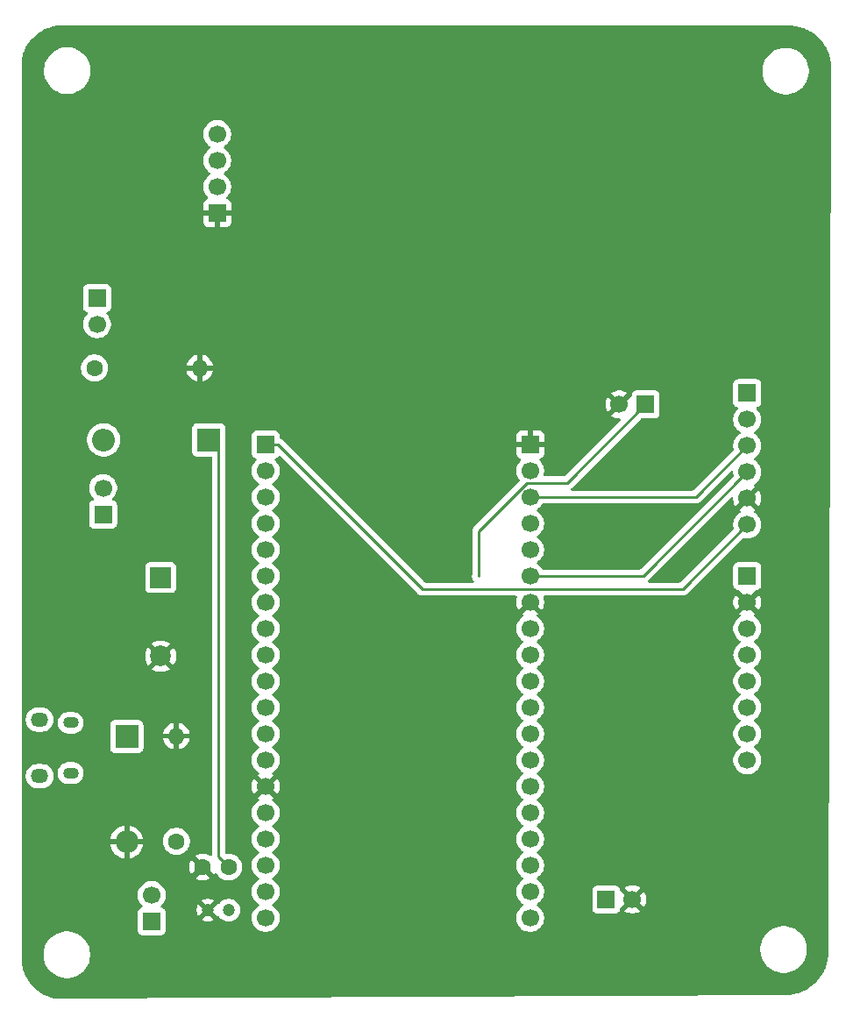
<source format=gbr>
%TF.GenerationSoftware,KiCad,Pcbnew,9.0.1*%
%TF.CreationDate,2025-07-05T17:29:08+03:00*%
%TF.ProjectId,Main,4d61696e-2e6b-4696-9361-645f70636258,rev?*%
%TF.SameCoordinates,Original*%
%TF.FileFunction,Copper,L2,Bot*%
%TF.FilePolarity,Positive*%
%FSLAX46Y46*%
G04 Gerber Fmt 4.6, Leading zero omitted, Abs format (unit mm)*
G04 Created by KiCad (PCBNEW 9.0.1) date 2025-07-05 17:29:08*
%MOMM*%
%LPD*%
G01*
G04 APERTURE LIST*
%TA.AperFunction,ComponentPad*%
%ADD10C,1.200000*%
%TD*%
%TA.AperFunction,ComponentPad*%
%ADD11C,1.600000*%
%TD*%
%TA.AperFunction,ComponentPad*%
%ADD12O,1.600000X1.600000*%
%TD*%
%TA.AperFunction,ComponentPad*%
%ADD13R,2.200000X2.200000*%
%TD*%
%TA.AperFunction,ComponentPad*%
%ADD14O,2.200000X2.200000*%
%TD*%
%TA.AperFunction,HeatsinkPad*%
%ADD15O,1.700000X1.350000*%
%TD*%
%TA.AperFunction,HeatsinkPad*%
%ADD16O,1.500000X1.100000*%
%TD*%
%TA.AperFunction,ComponentPad*%
%ADD17R,1.700000X1.700000*%
%TD*%
%TA.AperFunction,ComponentPad*%
%ADD18C,1.700000*%
%TD*%
%TA.AperFunction,ComponentPad*%
%ADD19R,2.000000X2.000000*%
%TD*%
%TA.AperFunction,ComponentPad*%
%ADD20C,2.000000*%
%TD*%
%TA.AperFunction,ViaPad*%
%ADD21C,0.800000*%
%TD*%
%TA.AperFunction,ViaPad*%
%ADD22C,0.300000*%
%TD*%
%TA.AperFunction,Conductor*%
%ADD23C,0.250000*%
%TD*%
G04 APERTURE END LIST*
D10*
%TO.P,C1,2*%
%TO.N,BME GND*%
X70860000Y-111910000D03*
%TO.P,C1,1*%
%TO.N,+5 v*%
X72860000Y-111910000D03*
%TD*%
D11*
%TO.P,C2,1*%
%TO.N,+5 v*%
X72850000Y-107740000D03*
%TO.P,C2,2*%
%TO.N,BME GND*%
X70350000Y-107740000D03*
%TD*%
D12*
%TO.P,R1,2*%
%TO.N,BME GND*%
X70053200Y-59537600D03*
D11*
%TO.P,R1,1*%
%TO.N,A1 LIGHT READ*%
X59893200Y-59537600D03*
%TD*%
D13*
%TO.P,D2,1,K*%
%TO.N,Net-(D2-K)*%
X63020000Y-95150000D03*
D14*
%TO.P,D2,2,A*%
%TO.N,BME GND*%
X63020000Y-105310000D03*
%TD*%
D13*
%TO.P,D1,1,K*%
%TO.N,+5 v*%
X70950000Y-66490000D03*
D14*
%TO.P,D1,2,A*%
%TO.N,Net-(D1-A)*%
X60790000Y-66490000D03*
%TD*%
D15*
%TO.P,J6,6,Shield*%
%TO.N,unconnected-(J6-Shield-Pad6)*%
X54600200Y-98966000D03*
D16*
X57600200Y-98656000D03*
X57600200Y-93816000D03*
D15*
X54600200Y-93506000D03*
%TD*%
D17*
%TO.P,J4,1,Pin_1*%
%TO.N,+3.3 V*%
X122950000Y-79640000D03*
D18*
%TO.P,J4,2,Pin_2*%
%TO.N,BME GND*%
X122950000Y-82180000D03*
%TO.P,J4,3,Pin_3*%
%TO.N,E-Ink DIN*%
X122950000Y-84720000D03*
%TO.P,J4,4,Pin_4*%
%TO.N,E-Ink CLK*%
X122950000Y-87260000D03*
%TO.P,J4,5,Pin_5*%
%TO.N,E-Ink CS*%
X122950000Y-89800000D03*
%TO.P,J4,6,Pin_6*%
%TO.N,E-Ink DC*%
X122950000Y-92340000D03*
%TO.P,J4,7,Pin_7*%
%TO.N,E-Ink RST*%
X122950000Y-94880000D03*
%TO.P,J4,8,Pin_8*%
%TO.N,E-Ink BUSY*%
X122950000Y-97420000D03*
%TD*%
D17*
%TO.P,SW2,1,1*%
%TO.N,BTN2*%
X109321600Y-110871000D03*
D18*
%TO.P,SW2,2,2*%
%TO.N,BME GND*%
X111861600Y-110871000D03*
%TD*%
D19*
%TO.P,BZ1,1,+*%
%TO.N,Buzzer*%
X66294000Y-79776000D03*
D20*
%TO.P,BZ1,2,-*%
%TO.N,BME GND*%
X66294000Y-87376000D03*
%TD*%
D17*
%TO.P,J5,1,Pin_1*%
%TO.N,unconnected-(J5-Pin_1-Pad1)*%
X122936000Y-61976000D03*
D18*
%TO.P,J5,2,Pin_2*%
%TO.N,unconnected-(J5-Pin_2-Pad2)*%
X122936000Y-64516000D03*
%TO.P,J5,3,Pin_3*%
%TO.N,BME SCL*%
X122936000Y-67056000D03*
%TO.P,J5,4,Pin_4*%
%TO.N,BME SDA*%
X122936000Y-69596000D03*
%TO.P,J5,5,Pin_5*%
%TO.N,BME GND*%
X122936000Y-72136000D03*
%TO.P,J5,6,Pin_6*%
%TO.N,+3.3 V*%
X122936000Y-74676000D03*
%TD*%
D17*
%TO.P,J1,1,Pin_1*%
%TO.N,BME GND*%
X101981000Y-66929000D03*
D18*
%TO.P,J1,2,Pin_2*%
%TO.N,E-Ink DIN*%
X101981000Y-69469000D03*
%TO.P,J1,3,Pin_3*%
%TO.N,BME SCL*%
X101981000Y-72009000D03*
%TO.P,J1,4,Pin_4*%
%TO.N,GPIO1*%
X101981000Y-74549000D03*
%TO.P,J1,5,Pin_5*%
%TO.N,GPIO3*%
X101981000Y-77089000D03*
%TO.P,J1,6,Pin_6*%
%TO.N,BME SDA*%
X101981000Y-79629000D03*
%TO.P,J1,7,Pin_7*%
%TO.N,BME GND*%
X101981000Y-82169000D03*
%TO.P,J1,8,Pin_8*%
%TO.N,GPIO19*%
X101981000Y-84709000D03*
%TO.P,J1,9,Pin_9*%
%TO.N,E-Ink CLK*%
X101981000Y-87249000D03*
%TO.P,J1,10,Pin_10*%
%TO.N,E-Ink CS*%
X101981000Y-89789000D03*
%TO.P,J1,11,Pin_11*%
%TO.N,E-Ink DC*%
X101981000Y-92329000D03*
%TO.P,J1,12,Pin_12*%
%TO.N,E-Ink RST*%
X101981000Y-94869000D03*
%TO.P,J1,13,Pin_13*%
%TO.N,E-Ink BUSY*%
X101981000Y-97409000D03*
%TO.P,J1,14,Pin_14*%
%TO.N,GPIO0*%
X101981000Y-99949000D03*
%TO.P,J1,15,Pin_15*%
%TO.N,BTN1*%
X101981000Y-102489000D03*
%TO.P,J1,16,Pin_16*%
%TO.N,BTN2*%
X101981000Y-105029000D03*
%TO.P,J1,17,Pin_17*%
%TO.N,GPIO8*%
X101981000Y-107569000D03*
%TO.P,J1,18,Pin_18*%
%TO.N,GPIO7*%
X101981000Y-110109000D03*
%TO.P,J1,19,Pin_19*%
%TO.N,GPIO6*%
X101981000Y-112649000D03*
%TD*%
D11*
%TO.P,R4,1*%
%TO.N,A2 LIGHT READ*%
X67820000Y-105250000D03*
D12*
%TO.P,R4,2*%
%TO.N,BME GND*%
X67820000Y-95090000D03*
%TD*%
D17*
%TO.P,R2,1*%
%TO.N,+3.3 V*%
X60147200Y-52781200D03*
D18*
%TO.P,R2,2*%
%TO.N,A1 LIGHT READ*%
X60147200Y-55321200D03*
%TD*%
D17*
%TO.P,R3,1*%
%TO.N,+3.3 V*%
X65420000Y-112990000D03*
D18*
%TO.P,R3,2*%
%TO.N,A2 LIGHT READ*%
X65420000Y-110450000D03*
%TD*%
D17*
%TO.P,J3,1,Pin_1*%
%TO.N,BME GND*%
X71755000Y-44577000D03*
D18*
%TO.P,J3,2,Pin_2*%
%TO.N,+3.3 V*%
X71755000Y-42037000D03*
%TO.P,J3,3,Pin_3*%
%TO.N,BME SDA*%
X71755000Y-39497000D03*
%TO.P,J3,4,Pin_4*%
%TO.N,BME SCL*%
X71755000Y-36957000D03*
%TD*%
D17*
%TO.P,J2,1,Pin_1*%
%TO.N,+3.3 V*%
X76428600Y-66929000D03*
D18*
%TO.P,J2,2,Pin_2*%
%TO.N,ESP_EN*%
X76428600Y-69469000D03*
%TO.P,J2,3,Pin_3*%
%TO.N,GPI36*%
X76428600Y-72009000D03*
%TO.P,J2,4,Pin_4*%
%TO.N,GPI39*%
X76428600Y-74549000D03*
%TO.P,J2,5,Pin_5*%
%TO.N,GPI34*%
X76428600Y-77089000D03*
%TO.P,J2,6,Pin_6*%
%TO.N,A1 LIGHT READ*%
X76428600Y-79629000D03*
%TO.P,J2,7,Pin_7*%
%TO.N,A2 LIGHT READ*%
X76428600Y-82169000D03*
%TO.P,J2,8,Pin_8*%
%TO.N,Buzzer*%
X76428600Y-84709000D03*
%TO.P,J2,9,Pin_9*%
%TO.N,GPIO25*%
X76428600Y-87249000D03*
%TO.P,J2,10,Pin_10*%
%TO.N,GPIO26*%
X76428600Y-89789000D03*
%TO.P,J2,11,Pin_11*%
%TO.N,GPIO27*%
X76428600Y-92329000D03*
%TO.P,J2,12,Pin_12*%
%TO.N,GPIO14*%
X76428600Y-94869000D03*
%TO.P,J2,13,Pin_13*%
%TO.N,GPIO12*%
X76428600Y-97409000D03*
%TO.P,J2,14,Pin_14*%
%TO.N,BME GND*%
X76428600Y-99949000D03*
%TO.P,J2,15,Pin_15*%
%TO.N,GPIO13*%
X76428600Y-102489000D03*
%TO.P,J2,16,Pin_16*%
%TO.N,GPIO9*%
X76428600Y-105029000D03*
%TO.P,J2,17,Pin_17*%
%TO.N,GPIO10*%
X76428600Y-107569000D03*
%TO.P,J2,18,Pin_18*%
%TO.N,GPIO11*%
X76428600Y-110109000D03*
%TO.P,J2,19,Pin_19*%
%TO.N,+5 v*%
X76428600Y-112649000D03*
%TD*%
D17*
%TO.P,SW1,1,1*%
%TO.N,BTN1*%
X113131600Y-63068200D03*
D18*
%TO.P,SW1,2,2*%
%TO.N,BME GND*%
X110591600Y-63068200D03*
%TD*%
D17*
%TO.P,SW3,1,A*%
%TO.N,Net-(J6-VBUS)*%
X60731400Y-73685400D03*
D18*
%TO.P,SW3,2,B*%
%TO.N,Net-(D1-A)*%
X60731400Y-71145400D03*
%TD*%
D21*
%TO.N,BME GND*%
X55520000Y-107250000D03*
X66000000Y-93000000D03*
X73000000Y-93000000D03*
X78740000Y-53340000D03*
X68580000Y-63500000D03*
X55880000Y-63500000D03*
X119380000Y-101600000D03*
X109220000Y-101600000D03*
X116840000Y-83820000D03*
X109220000Y-83820000D03*
X109220000Y-76200000D03*
X101600000Y-40640000D03*
X101600000Y-50800000D03*
X58420000Y-45720000D03*
X58420000Y-38100000D03*
X116840000Y-35560000D03*
X83820000Y-35560000D03*
X96520000Y-104140000D03*
X83820000Y-104140000D03*
X93980000Y-68580000D03*
X83820000Y-68580000D03*
D22*
%TO.N,BTN1*%
X97020000Y-79640000D03*
%TD*%
D23*
%TO.N,+5 v*%
X71880000Y-106770000D02*
X72850000Y-107740000D01*
X70950000Y-66490000D02*
X71880000Y-67420000D01*
X71880000Y-67420000D02*
X71880000Y-106770000D01*
%TO.N,+3.3 V*%
X91570000Y-80900000D02*
X77599000Y-66929000D01*
X77599000Y-66929000D02*
X76428600Y-66929000D01*
X116712000Y-80900000D02*
X91570000Y-80900000D01*
X122936000Y-74676000D02*
X116712000Y-80900000D01*
%TO.N,BME SCL*%
X122936000Y-67056000D02*
X117983000Y-72009000D01*
X117983000Y-72009000D02*
X101981000Y-72009000D01*
%TO.N,BTN1*%
X97020000Y-75306884D02*
X97020000Y-79640000D01*
X101681884Y-70645000D02*
X97020000Y-75306884D01*
X113131600Y-63068200D02*
X105554800Y-70645000D01*
X105554800Y-70645000D02*
X101681884Y-70645000D01*
%TO.N,BME SDA*%
X122936000Y-69596000D02*
X112903000Y-79629000D01*
X112903000Y-79629000D02*
X101981000Y-79629000D01*
%TD*%
%TA.AperFunction,Conductor*%
%TO.N,BME GND*%
G36*
X121505334Y-72013769D02*
G01*
X121561267Y-72055641D01*
X121585684Y-72121105D01*
X121586000Y-72129951D01*
X121586000Y-72242246D01*
X121619242Y-72452127D01*
X121619242Y-72452130D01*
X121684904Y-72654217D01*
X121781375Y-72843550D01*
X121820728Y-72897716D01*
X122453037Y-72265408D01*
X122470075Y-72328993D01*
X122535901Y-72443007D01*
X122628993Y-72536099D01*
X122743007Y-72601925D01*
X122806590Y-72618962D01*
X122174282Y-73251269D01*
X122174282Y-73251270D01*
X122228452Y-73290626D01*
X122228451Y-73290626D01*
X122237495Y-73295234D01*
X122288292Y-73343208D01*
X122305087Y-73411029D01*
X122282550Y-73477164D01*
X122237499Y-73516202D01*
X122228182Y-73520949D01*
X122056213Y-73645890D01*
X121905890Y-73796213D01*
X121780951Y-73968179D01*
X121684444Y-74157585D01*
X121618753Y-74359760D01*
X121585500Y-74569713D01*
X121585500Y-74782286D01*
X121618753Y-74992241D01*
X121623821Y-75007837D01*
X121625816Y-75077678D01*
X121593571Y-75133837D01*
X116489229Y-80238181D01*
X116427906Y-80271666D01*
X116401548Y-80274500D01*
X113441453Y-80274500D01*
X113420208Y-80268261D01*
X113398123Y-80266683D01*
X113387337Y-80258609D01*
X113374414Y-80254815D01*
X113359917Y-80238084D01*
X113342188Y-80224814D01*
X113337478Y-80212189D01*
X113328659Y-80202011D01*
X113325508Y-80180097D01*
X113317769Y-80159350D01*
X113320632Y-80146186D01*
X113318715Y-80132853D01*
X113327913Y-80112711D01*
X113332619Y-80091077D01*
X113345889Y-80073349D01*
X113347740Y-80069297D01*
X113353769Y-80062822D01*
X113353772Y-80062819D01*
X113388858Y-80027733D01*
X113388859Y-80027730D01*
X121374320Y-72042268D01*
X121435642Y-72008785D01*
X121505334Y-72013769D01*
G37*
%TD.AperFunction*%
%TA.AperFunction,Conductor*%
G36*
X121491398Y-69473308D02*
G01*
X121504834Y-69474269D01*
X121522560Y-69487539D01*
X121542703Y-69496738D01*
X121549985Y-69508069D01*
X121560767Y-69516141D01*
X121568504Y-69536886D01*
X121580477Y-69555516D01*
X121583628Y-69577434D01*
X121585184Y-69581605D01*
X121585500Y-69590451D01*
X121585500Y-69702286D01*
X121618754Y-69912246D01*
X121618754Y-69912247D01*
X121623821Y-69927842D01*
X121625814Y-69997683D01*
X121593570Y-70053837D01*
X112680229Y-78967181D01*
X112618906Y-79000666D01*
X112592548Y-79003500D01*
X103253981Y-79003500D01*
X103186942Y-78983815D01*
X103143497Y-78935797D01*
X103136049Y-78921180D01*
X103011109Y-78749213D01*
X102860786Y-78598890D01*
X102688820Y-78473951D01*
X102688115Y-78473591D01*
X102680054Y-78469485D01*
X102629259Y-78421512D01*
X102612463Y-78353692D01*
X102634999Y-78287556D01*
X102680054Y-78248515D01*
X102688816Y-78244051D01*
X102710789Y-78228086D01*
X102860786Y-78119109D01*
X102860788Y-78119106D01*
X102860792Y-78119104D01*
X103011104Y-77968792D01*
X103011106Y-77968788D01*
X103011109Y-77968786D01*
X103136048Y-77796820D01*
X103136047Y-77796820D01*
X103136051Y-77796816D01*
X103232557Y-77607412D01*
X103298246Y-77405243D01*
X103331500Y-77195287D01*
X103331500Y-76982713D01*
X103298246Y-76772757D01*
X103232557Y-76570588D01*
X103136051Y-76381184D01*
X103136049Y-76381181D01*
X103136048Y-76381179D01*
X103011109Y-76209213D01*
X102860786Y-76058890D01*
X102688820Y-75933951D01*
X102688115Y-75933591D01*
X102680054Y-75929485D01*
X102629259Y-75881512D01*
X102612463Y-75813692D01*
X102634999Y-75747556D01*
X102680054Y-75708515D01*
X102688816Y-75704051D01*
X102808170Y-75617336D01*
X102860786Y-75579109D01*
X102860788Y-75579106D01*
X102860792Y-75579104D01*
X103011104Y-75428792D01*
X103011106Y-75428788D01*
X103011109Y-75428786D01*
X103136048Y-75256820D01*
X103136047Y-75256820D01*
X103136051Y-75256816D01*
X103232557Y-75067412D01*
X103298246Y-74865243D01*
X103331500Y-74655287D01*
X103331500Y-74442713D01*
X103298246Y-74232757D01*
X103232557Y-74030588D01*
X103136051Y-73841184D01*
X103136049Y-73841181D01*
X103136048Y-73841179D01*
X103011109Y-73669213D01*
X102860786Y-73518890D01*
X102688820Y-73393951D01*
X102688115Y-73393591D01*
X102680054Y-73389485D01*
X102629259Y-73341512D01*
X102612463Y-73273692D01*
X102634999Y-73207556D01*
X102680054Y-73168515D01*
X102688816Y-73164051D01*
X102710789Y-73148086D01*
X102860786Y-73039109D01*
X102860788Y-73039106D01*
X102860792Y-73039104D01*
X103011104Y-72888792D01*
X103011106Y-72888788D01*
X103011109Y-72888786D01*
X103136049Y-72716819D01*
X103143497Y-72702203D01*
X103191473Y-72651408D01*
X103253981Y-72634500D01*
X118044607Y-72634500D01*
X118105029Y-72622481D01*
X118165452Y-72610463D01*
X118198792Y-72596652D01*
X118279286Y-72563312D01*
X118330509Y-72529084D01*
X118333009Y-72527414D01*
X118343271Y-72520556D01*
X118381733Y-72494858D01*
X118468858Y-72407733D01*
X118468859Y-72407731D01*
X118475925Y-72400665D01*
X118475928Y-72400661D01*
X121373819Y-69502770D01*
X121393255Y-69492157D01*
X121409989Y-69477657D01*
X121423320Y-69475740D01*
X121435142Y-69469285D01*
X121457228Y-69470864D01*
X121479147Y-69467713D01*
X121491398Y-69473308D01*
G37*
%TD.AperFunction*%
%TA.AperFunction,Conductor*%
G36*
X56833848Y-26460497D02*
G01*
X56849792Y-26460499D01*
X56849793Y-26460500D01*
X112273791Y-26469531D01*
X112273796Y-26469533D01*
X112273796Y-26469531D01*
X112280452Y-26469532D01*
X126831358Y-26473267D01*
X126832461Y-26473273D01*
X126883214Y-26473819D01*
X126883293Y-26473843D01*
X126884582Y-26473842D01*
X127219517Y-26481199D01*
X127225891Y-26481505D01*
X127303208Y-26487231D01*
X127308118Y-26487695D01*
X127601526Y-26521397D01*
X127608598Y-26522417D01*
X127679735Y-26534781D01*
X127683922Y-26535583D01*
X127978948Y-26597468D01*
X127986569Y-26599321D01*
X128046515Y-26615929D01*
X128049905Y-26616921D01*
X128348124Y-26708897D01*
X128356226Y-26711706D01*
X128397979Y-26727824D01*
X128400453Y-26728812D01*
X128705689Y-26854839D01*
X128714119Y-26858695D01*
X128725610Y-26864483D01*
X128727505Y-26865458D01*
X129042272Y-27030916D01*
X129052140Y-27036701D01*
X129359034Y-27236175D01*
X129368324Y-27242844D01*
X129491355Y-27340067D01*
X129655499Y-27469780D01*
X129664147Y-27477288D01*
X129929155Y-27729751D01*
X129937074Y-27738026D01*
X130048833Y-27866161D01*
X130177658Y-28013862D01*
X130184770Y-28022820D01*
X130398879Y-28319682D01*
X130405143Y-28329271D01*
X130586080Y-28636362D01*
X130587148Y-28638211D01*
X130592949Y-28648456D01*
X130597233Y-28656733D01*
X130738113Y-28955952D01*
X130739297Y-28958544D01*
X130757128Y-28998790D01*
X130760339Y-29006774D01*
X130866781Y-29300522D01*
X130867948Y-29303894D01*
X130887324Y-29362586D01*
X130889558Y-29370151D01*
X130965709Y-29661990D01*
X130966718Y-29666151D01*
X130982482Y-29736410D01*
X130983850Y-29743454D01*
X131031742Y-30034956D01*
X131032452Y-30039900D01*
X131041910Y-30116685D01*
X131042530Y-30123088D01*
X131065983Y-30455476D01*
X131066289Y-30464590D01*
X130799660Y-115848363D01*
X130799500Y-115848901D01*
X130799500Y-115897128D01*
X130799368Y-115902855D01*
X130783476Y-116246572D01*
X130783011Y-116252999D01*
X130775129Y-116333028D01*
X130774537Y-116338005D01*
X130732678Y-116638084D01*
X130731484Y-116645144D01*
X130716849Y-116718720D01*
X130715938Y-116722919D01*
X130645138Y-117023944D01*
X130643093Y-117031549D01*
X130624301Y-117093498D01*
X130623212Y-117096910D01*
X130521450Y-117400523D01*
X130518439Y-117408569D01*
X130500574Y-117451699D01*
X130499447Y-117454332D01*
X130362622Y-117764211D01*
X130358545Y-117772580D01*
X130351905Y-117785002D01*
X130350877Y-117786886D01*
X130173278Y-118105739D01*
X130167249Y-118115477D01*
X129954513Y-118426033D01*
X129947611Y-118435173D01*
X129707125Y-118724780D01*
X129699408Y-118733244D01*
X129433244Y-118999408D01*
X129424780Y-119007125D01*
X129135173Y-119247611D01*
X129126033Y-119254513D01*
X128815477Y-119467249D01*
X128805739Y-119473278D01*
X128486886Y-119650877D01*
X128485002Y-119651905D01*
X128472580Y-119658545D01*
X128464211Y-119662622D01*
X128154332Y-119799447D01*
X128151699Y-119800574D01*
X128108569Y-119818439D01*
X128100523Y-119821450D01*
X127796910Y-119923212D01*
X127793498Y-119924301D01*
X127731549Y-119943093D01*
X127723944Y-119945138D01*
X127422919Y-120015938D01*
X127418720Y-120016849D01*
X127345144Y-120031484D01*
X127338085Y-120032678D01*
X127038017Y-120074536D01*
X127033037Y-120075128D01*
X127008838Y-120077511D01*
X126997284Y-120078107D01*
X56068684Y-120420366D01*
X56043866Y-120417979D01*
X56010043Y-120411243D01*
X56005874Y-120410338D01*
X55722355Y-120343658D01*
X55714709Y-120341600D01*
X55662547Y-120325758D01*
X55659177Y-120324681D01*
X55372767Y-120228690D01*
X55364668Y-120225658D01*
X55331042Y-120211712D01*
X55328461Y-120210607D01*
X55035074Y-120081067D01*
X55026631Y-120076950D01*
X55024130Y-120075611D01*
X55022320Y-120074623D01*
X54719690Y-119906063D01*
X54709952Y-119900033D01*
X54563111Y-119799447D01*
X54422251Y-119702957D01*
X54413130Y-119696069D01*
X54144832Y-119473283D01*
X54136377Y-119465576D01*
X53889786Y-119218990D01*
X53882071Y-119210527D01*
X53710128Y-119003468D01*
X53659277Y-118942232D01*
X53652380Y-118933098D01*
X53557453Y-118794525D01*
X53455298Y-118645401D01*
X53449280Y-118635681D01*
X53286317Y-118343114D01*
X53285324Y-118341290D01*
X53277052Y-118325770D01*
X53273063Y-118317569D01*
X53147032Y-118032144D01*
X53145875Y-118029434D01*
X53128618Y-117987618D01*
X53125688Y-117979771D01*
X53031585Y-117699015D01*
X53030472Y-117695521D01*
X53012948Y-117637455D01*
X53010969Y-117630073D01*
X52945320Y-117350963D01*
X52944390Y-117346665D01*
X52930965Y-117278626D01*
X52929826Y-117271860D01*
X52890919Y-116992966D01*
X52890320Y-116987898D01*
X52883222Y-116914593D01*
X52882786Y-116908502D01*
X52868165Y-116592339D01*
X52868034Y-116586612D01*
X52868034Y-116536010D01*
X52868031Y-116535988D01*
X52868007Y-116062486D01*
X54989500Y-116062486D01*
X54989500Y-116357513D01*
X55019663Y-116586612D01*
X55028007Y-116649993D01*
X55097256Y-116908435D01*
X55104361Y-116934951D01*
X55104364Y-116934961D01*
X55217254Y-117207500D01*
X55217258Y-117207510D01*
X55364761Y-117462993D01*
X55544352Y-117697040D01*
X55544358Y-117697047D01*
X55752952Y-117905641D01*
X55752959Y-117905647D01*
X55987006Y-118085238D01*
X56242489Y-118232741D01*
X56242490Y-118232741D01*
X56242493Y-118232743D01*
X56453296Y-118320060D01*
X56504548Y-118341290D01*
X56515048Y-118345639D01*
X56800007Y-118421993D01*
X57092494Y-118460500D01*
X57092501Y-118460500D01*
X57387499Y-118460500D01*
X57387506Y-118460500D01*
X57679993Y-118421993D01*
X57964952Y-118345639D01*
X58237507Y-118232743D01*
X58492994Y-118085238D01*
X58727042Y-117905646D01*
X58935646Y-117697042D01*
X59115238Y-117462994D01*
X59262743Y-117207507D01*
X59375639Y-116934952D01*
X59451993Y-116649993D01*
X59490500Y-116357506D01*
X59490500Y-116062494D01*
X59451993Y-115770007D01*
X59393709Y-115552486D01*
X124209500Y-115552486D01*
X124209500Y-115847513D01*
X124237270Y-116058441D01*
X124248007Y-116139993D01*
X124301064Y-116338005D01*
X124324361Y-116424951D01*
X124324364Y-116424961D01*
X124437254Y-116697500D01*
X124437258Y-116697510D01*
X124584761Y-116952993D01*
X124764352Y-117187040D01*
X124764358Y-117187047D01*
X124972952Y-117395641D01*
X124972959Y-117395647D01*
X125207006Y-117575238D01*
X125462489Y-117722741D01*
X125462490Y-117722741D01*
X125462493Y-117722743D01*
X125735048Y-117835639D01*
X126020007Y-117911993D01*
X126312494Y-117950500D01*
X126312501Y-117950500D01*
X126607499Y-117950500D01*
X126607506Y-117950500D01*
X126899993Y-117911993D01*
X127184952Y-117835639D01*
X127457507Y-117722743D01*
X127712994Y-117575238D01*
X127947042Y-117395646D01*
X128155646Y-117187042D01*
X128335238Y-116952994D01*
X128482743Y-116697507D01*
X128595639Y-116424952D01*
X128671993Y-116139993D01*
X128710500Y-115847506D01*
X128710500Y-115552494D01*
X128671993Y-115260007D01*
X128595639Y-114975048D01*
X128482743Y-114702493D01*
X128335238Y-114447006D01*
X128155646Y-114212958D01*
X128155641Y-114212952D01*
X127947047Y-114004358D01*
X127947040Y-114004352D01*
X127712993Y-113824761D01*
X127457510Y-113677258D01*
X127457500Y-113677254D01*
X127184961Y-113564364D01*
X127184954Y-113564362D01*
X127184952Y-113564361D01*
X126899993Y-113488007D01*
X126851113Y-113481571D01*
X126607513Y-113449500D01*
X126607506Y-113449500D01*
X126312494Y-113449500D01*
X126312486Y-113449500D01*
X126034085Y-113486153D01*
X126020007Y-113488007D01*
X125735048Y-113564361D01*
X125735038Y-113564364D01*
X125462499Y-113677254D01*
X125462489Y-113677258D01*
X125207006Y-113824761D01*
X124972959Y-114004352D01*
X124972952Y-114004358D01*
X124764358Y-114212952D01*
X124764352Y-114212959D01*
X124584761Y-114447006D01*
X124437258Y-114702489D01*
X124437254Y-114702499D01*
X124324364Y-114975038D01*
X124324361Y-114975048D01*
X124248008Y-115260004D01*
X124248006Y-115260015D01*
X124209500Y-115552486D01*
X59393709Y-115552486D01*
X59375639Y-115485048D01*
X59262743Y-115212493D01*
X59115238Y-114957006D01*
X58935646Y-114722958D01*
X58935641Y-114722952D01*
X58727047Y-114514358D01*
X58727040Y-114514352D01*
X58492993Y-114334761D01*
X58237510Y-114187258D01*
X58237500Y-114187254D01*
X57964961Y-114074364D01*
X57964954Y-114074362D01*
X57964952Y-114074361D01*
X57679993Y-113998007D01*
X57631113Y-113991571D01*
X57387513Y-113959500D01*
X57387506Y-113959500D01*
X57092494Y-113959500D01*
X57092486Y-113959500D01*
X56814085Y-113996153D01*
X56800007Y-113998007D01*
X56776320Y-114004354D01*
X56515048Y-114074361D01*
X56515038Y-114074364D01*
X56242499Y-114187254D01*
X56242489Y-114187258D01*
X55987006Y-114334761D01*
X55752959Y-114514352D01*
X55752952Y-114514358D01*
X55544358Y-114722952D01*
X55544352Y-114722959D01*
X55364761Y-114957006D01*
X55217258Y-115212489D01*
X55217254Y-115212499D01*
X55104364Y-115485038D01*
X55104361Y-115485048D01*
X55028008Y-115770004D01*
X55028006Y-115770015D01*
X54989500Y-116062486D01*
X52868007Y-116062486D01*
X52867711Y-110343713D01*
X64069500Y-110343713D01*
X64069500Y-110556287D01*
X64102754Y-110766243D01*
X64136791Y-110870999D01*
X64168444Y-110968414D01*
X64264951Y-111157820D01*
X64389890Y-111329786D01*
X64503430Y-111443326D01*
X64536915Y-111504649D01*
X64531931Y-111574341D01*
X64490059Y-111630274D01*
X64459083Y-111647189D01*
X64327669Y-111696203D01*
X64327664Y-111696206D01*
X64212455Y-111782452D01*
X64212452Y-111782455D01*
X64126206Y-111897664D01*
X64126202Y-111897671D01*
X64075908Y-112032517D01*
X64070960Y-112078544D01*
X64069501Y-112092123D01*
X64069500Y-112092135D01*
X64069500Y-113887870D01*
X64069501Y-113887876D01*
X64075908Y-113947483D01*
X64126202Y-114082328D01*
X64126206Y-114082335D01*
X64212452Y-114197544D01*
X64212455Y-114197547D01*
X64327664Y-114283793D01*
X64327671Y-114283797D01*
X64462517Y-114334091D01*
X64462516Y-114334091D01*
X64468749Y-114334761D01*
X64522127Y-114340500D01*
X66317872Y-114340499D01*
X66377483Y-114334091D01*
X66512331Y-114283796D01*
X66627546Y-114197546D01*
X66713796Y-114082331D01*
X66764091Y-113947483D01*
X66770500Y-113887873D01*
X66770499Y-112846289D01*
X70277261Y-112846289D01*
X70277262Y-112846290D01*
X70283471Y-112850801D01*
X70437742Y-112929408D01*
X70602415Y-112982914D01*
X70773429Y-113010000D01*
X70946571Y-113010000D01*
X71117584Y-112982914D01*
X71282257Y-112929408D01*
X71436525Y-112850803D01*
X71442736Y-112846289D01*
X71442737Y-112846289D01*
X70860001Y-112263553D01*
X70860000Y-112263553D01*
X70277261Y-112846289D01*
X66770499Y-112846289D01*
X66770499Y-112092128D01*
X66764091Y-112032517D01*
X66761584Y-112025796D01*
X66713797Y-111897671D01*
X66713795Y-111897668D01*
X66710202Y-111892868D01*
X66710201Y-111892866D01*
X66658220Y-111823428D01*
X69760000Y-111823428D01*
X69760000Y-111996571D01*
X69787085Y-112167584D01*
X69840592Y-112332259D01*
X69919196Y-112486525D01*
X69923709Y-112492736D01*
X69923709Y-112492737D01*
X70506446Y-111910001D01*
X70506446Y-111909999D01*
X70466951Y-111870504D01*
X70560000Y-111870504D01*
X70560000Y-111949496D01*
X70580444Y-112025796D01*
X70619940Y-112094205D01*
X70675795Y-112150060D01*
X70744204Y-112189556D01*
X70820504Y-112210000D01*
X70899496Y-112210000D01*
X70975796Y-112189556D01*
X71044205Y-112150060D01*
X71100060Y-112094205D01*
X71139556Y-112025796D01*
X71160000Y-111949496D01*
X71160000Y-111909999D01*
X71213553Y-111909999D01*
X71213553Y-111910001D01*
X71796288Y-112492736D01*
X71847007Y-112488747D01*
X71915384Y-112503113D01*
X71957049Y-112539479D01*
X72016852Y-112621789D01*
X72020586Y-112626928D01*
X72143072Y-112749414D01*
X72283212Y-112851232D01*
X72437555Y-112929873D01*
X72602299Y-112983402D01*
X72773389Y-113010500D01*
X72773390Y-113010500D01*
X72946610Y-113010500D01*
X72946611Y-113010500D01*
X73117701Y-112983402D01*
X73282445Y-112929873D01*
X73436788Y-112851232D01*
X73576928Y-112749414D01*
X73699414Y-112626928D01*
X73801232Y-112486788D01*
X73879873Y-112332445D01*
X73933402Y-112167701D01*
X73960500Y-111996611D01*
X73960500Y-111823389D01*
X73933402Y-111652299D01*
X73879873Y-111487555D01*
X73801232Y-111333212D01*
X73699414Y-111193072D01*
X73576928Y-111070586D01*
X73436788Y-110968768D01*
X73282445Y-110890127D01*
X73117701Y-110836598D01*
X73117699Y-110836597D01*
X73117698Y-110836597D01*
X72986271Y-110815781D01*
X72946611Y-110809500D01*
X72773389Y-110809500D01*
X72733728Y-110815781D01*
X72602302Y-110836597D01*
X72437552Y-110890128D01*
X72283211Y-110968768D01*
X72255651Y-110988792D01*
X72143072Y-111070586D01*
X72143070Y-111070588D01*
X72143069Y-111070588D01*
X72020588Y-111193069D01*
X72020581Y-111193078D01*
X71957049Y-111280521D01*
X71901719Y-111323187D01*
X71847003Y-111331253D01*
X71796289Y-111327261D01*
X71213553Y-111909999D01*
X71160000Y-111909999D01*
X71160000Y-111870504D01*
X71139556Y-111794204D01*
X71100060Y-111725795D01*
X71044205Y-111669940D01*
X70975796Y-111630444D01*
X70899496Y-111610000D01*
X70820504Y-111610000D01*
X70744204Y-111630444D01*
X70675795Y-111669940D01*
X70619940Y-111725795D01*
X70580444Y-111794204D01*
X70560000Y-111870504D01*
X70466951Y-111870504D01*
X69923709Y-111327261D01*
X69923708Y-111327261D01*
X69919203Y-111333463D01*
X69919193Y-111333480D01*
X69840592Y-111487740D01*
X69787085Y-111652415D01*
X69760000Y-111823428D01*
X66658220Y-111823428D01*
X66627547Y-111782455D01*
X66627544Y-111782452D01*
X66512335Y-111696206D01*
X66512328Y-111696202D01*
X66380917Y-111647189D01*
X66324983Y-111605318D01*
X66300566Y-111539853D01*
X66315418Y-111471580D01*
X66336563Y-111443332D01*
X66450104Y-111329792D01*
X66497870Y-111264048D01*
X66575048Y-111157820D01*
X66575047Y-111157820D01*
X66575051Y-111157816D01*
X66668859Y-110973708D01*
X70277261Y-110973708D01*
X70277261Y-110973709D01*
X70860000Y-111556446D01*
X70860001Y-111556446D01*
X71442737Y-110973709D01*
X71436525Y-110969196D01*
X71282259Y-110890592D01*
X71117584Y-110837085D01*
X70946571Y-110810000D01*
X70773429Y-110810000D01*
X70602415Y-110837085D01*
X70437740Y-110890592D01*
X70283480Y-110969193D01*
X70283463Y-110969203D01*
X70277261Y-110973708D01*
X66668859Y-110973708D01*
X66671557Y-110968412D01*
X66737246Y-110766243D01*
X66770500Y-110556287D01*
X66770500Y-110343713D01*
X66737246Y-110133757D01*
X66671557Y-109931588D01*
X66575051Y-109742184D01*
X66575049Y-109742181D01*
X66575048Y-109742179D01*
X66450109Y-109570213D01*
X66299786Y-109419890D01*
X66127820Y-109294951D01*
X65938414Y-109198444D01*
X65938413Y-109198443D01*
X65938412Y-109198443D01*
X65736243Y-109132754D01*
X65736241Y-109132753D01*
X65736240Y-109132753D01*
X65574957Y-109107208D01*
X65526287Y-109099500D01*
X65313713Y-109099500D01*
X65265042Y-109107208D01*
X65103760Y-109132753D01*
X64901585Y-109198444D01*
X64712179Y-109294951D01*
X64540213Y-109419890D01*
X64389890Y-109570213D01*
X64264951Y-109742179D01*
X64168444Y-109931585D01*
X64168443Y-109931587D01*
X64168443Y-109931588D01*
X64149722Y-109989204D01*
X64102753Y-110133760D01*
X64098051Y-110163449D01*
X64069500Y-110343713D01*
X52867711Y-110343713D01*
X52867571Y-107637682D01*
X69050000Y-107637682D01*
X69050000Y-107842317D01*
X69082009Y-108044417D01*
X69145244Y-108239031D01*
X69238141Y-108421350D01*
X69238147Y-108421359D01*
X69270523Y-108465921D01*
X69270524Y-108465922D01*
X69950000Y-107786446D01*
X69950000Y-107792661D01*
X69977259Y-107894394D01*
X70029920Y-107985606D01*
X70104394Y-108060080D01*
X70195606Y-108112741D01*
X70297339Y-108140000D01*
X70303553Y-108140000D01*
X69624076Y-108819474D01*
X69668650Y-108851859D01*
X69850968Y-108944755D01*
X70045582Y-109007990D01*
X70247683Y-109040000D01*
X70452317Y-109040000D01*
X70654417Y-109007990D01*
X70849031Y-108944755D01*
X71031349Y-108851859D01*
X71075921Y-108819474D01*
X70396447Y-108140000D01*
X70402661Y-108140000D01*
X70504394Y-108112741D01*
X70595606Y-108060080D01*
X70670080Y-107985606D01*
X70722741Y-107894394D01*
X70750000Y-107792661D01*
X70750000Y-107786446D01*
X71429474Y-108465921D01*
X71461859Y-108421349D01*
X71489233Y-108367624D01*
X71537207Y-108316827D01*
X71605028Y-108300031D01*
X71671163Y-108322567D01*
X71710203Y-108367621D01*
X71737713Y-108421611D01*
X71858028Y-108587213D01*
X72002786Y-108731971D01*
X72123226Y-108819474D01*
X72168390Y-108852287D01*
X72282535Y-108910447D01*
X72350776Y-108945218D01*
X72350778Y-108945218D01*
X72350781Y-108945220D01*
X72455137Y-108979127D01*
X72545465Y-109008477D01*
X72646557Y-109024488D01*
X72747648Y-109040500D01*
X72747649Y-109040500D01*
X72952351Y-109040500D01*
X72952352Y-109040500D01*
X73154534Y-109008477D01*
X73349219Y-108945220D01*
X73531610Y-108852287D01*
X73635935Y-108776491D01*
X73697213Y-108731971D01*
X73697215Y-108731968D01*
X73697219Y-108731966D01*
X73841966Y-108587219D01*
X73841968Y-108587215D01*
X73841971Y-108587213D01*
X73894732Y-108514590D01*
X73962287Y-108421610D01*
X74055220Y-108239219D01*
X74118477Y-108044534D01*
X74150500Y-107842352D01*
X74150500Y-107637648D01*
X74138712Y-107563223D01*
X74118477Y-107435465D01*
X74060119Y-107255860D01*
X74055220Y-107240781D01*
X74055218Y-107240778D01*
X74055218Y-107240776D01*
X74018510Y-107168733D01*
X73962287Y-107058390D01*
X73930092Y-107014077D01*
X73841971Y-106892786D01*
X73697213Y-106748028D01*
X73531613Y-106627715D01*
X73531612Y-106627714D01*
X73531610Y-106627713D01*
X73474653Y-106598691D01*
X73349223Y-106534781D01*
X73154534Y-106471522D01*
X72979995Y-106443878D01*
X72952352Y-106439500D01*
X72747648Y-106439500D01*
X72648897Y-106455140D01*
X72579604Y-106446185D01*
X72526152Y-106401189D01*
X72505513Y-106334437D01*
X72505500Y-106332667D01*
X72505500Y-67823322D01*
X72513318Y-67779988D01*
X72544091Y-67697483D01*
X72550500Y-67637873D01*
X72550499Y-66031135D01*
X75078100Y-66031135D01*
X75078100Y-67826870D01*
X75078101Y-67826876D01*
X75084508Y-67886483D01*
X75134802Y-68021328D01*
X75134806Y-68021335D01*
X75221052Y-68136544D01*
X75221055Y-68136547D01*
X75336264Y-68222793D01*
X75336271Y-68222797D01*
X75467682Y-68271810D01*
X75523616Y-68313681D01*
X75548033Y-68379145D01*
X75533182Y-68447418D01*
X75512031Y-68475673D01*
X75398489Y-68589215D01*
X75273551Y-68761179D01*
X75177044Y-68950585D01*
X75111353Y-69152760D01*
X75078100Y-69362713D01*
X75078100Y-69575287D01*
X75111354Y-69785243D01*
X75175668Y-69983181D01*
X75177044Y-69987414D01*
X75273551Y-70176820D01*
X75398490Y-70348786D01*
X75548813Y-70499109D01*
X75720782Y-70624050D01*
X75729546Y-70628516D01*
X75780342Y-70676491D01*
X75797136Y-70744312D01*
X75774598Y-70810447D01*
X75729546Y-70849484D01*
X75720782Y-70853949D01*
X75548813Y-70978890D01*
X75398490Y-71129213D01*
X75273551Y-71301179D01*
X75177044Y-71490585D01*
X75111353Y-71692760D01*
X75085939Y-71853220D01*
X75078100Y-71902713D01*
X75078100Y-72115287D01*
X75081381Y-72136000D01*
X75107469Y-72300718D01*
X75111354Y-72325243D01*
X75166465Y-72494857D01*
X75177044Y-72527414D01*
X75273551Y-72716820D01*
X75398490Y-72888786D01*
X75548813Y-73039109D01*
X75720782Y-73164050D01*
X75729546Y-73168516D01*
X75780342Y-73216491D01*
X75797136Y-73284312D01*
X75774598Y-73350447D01*
X75729546Y-73389484D01*
X75720782Y-73393949D01*
X75548813Y-73518890D01*
X75398490Y-73669213D01*
X75273551Y-73841179D01*
X75177044Y-74030585D01*
X75111353Y-74232760D01*
X75078100Y-74442713D01*
X75078100Y-74655286D01*
X75104350Y-74821026D01*
X75111354Y-74865243D01*
X75166803Y-75035898D01*
X75177044Y-75067414D01*
X75273551Y-75256820D01*
X75398490Y-75428786D01*
X75548813Y-75579109D01*
X75720782Y-75704050D01*
X75729546Y-75708516D01*
X75780342Y-75756491D01*
X75797136Y-75824312D01*
X75774598Y-75890447D01*
X75729546Y-75929484D01*
X75720782Y-75933949D01*
X75548813Y-76058890D01*
X75398490Y-76209213D01*
X75273551Y-76381179D01*
X75177044Y-76570585D01*
X75111353Y-76772760D01*
X75078100Y-76982713D01*
X75078100Y-77195286D01*
X75111353Y-77405239D01*
X75177044Y-77607414D01*
X75273551Y-77796820D01*
X75398490Y-77968786D01*
X75548813Y-78119109D01*
X75720782Y-78244050D01*
X75729546Y-78248516D01*
X75780342Y-78296491D01*
X75797136Y-78364312D01*
X75774598Y-78430447D01*
X75729546Y-78469484D01*
X75720782Y-78473949D01*
X75548813Y-78598890D01*
X75398490Y-78749213D01*
X75273551Y-78921179D01*
X75177044Y-79110585D01*
X75111353Y-79312760D01*
X75078100Y-79522713D01*
X75078100Y-79735286D01*
X75111353Y-79945239D01*
X75111353Y-79945241D01*
X75111354Y-79945243D01*
X75172312Y-80132853D01*
X75177044Y-80147414D01*
X75273551Y-80336820D01*
X75398490Y-80508786D01*
X75548813Y-80659109D01*
X75720782Y-80784050D01*
X75729546Y-80788516D01*
X75780342Y-80836491D01*
X75797136Y-80904312D01*
X75774598Y-80970447D01*
X75729546Y-81009484D01*
X75720782Y-81013949D01*
X75548813Y-81138890D01*
X75398490Y-81289213D01*
X75273551Y-81461179D01*
X75177044Y-81650585D01*
X75111353Y-81852760D01*
X75078100Y-82062713D01*
X75078100Y-82275286D01*
X75111335Y-82485127D01*
X75111354Y-82485243D01*
X75127051Y-82533554D01*
X75177044Y-82687414D01*
X75273551Y-82876820D01*
X75398490Y-83048786D01*
X75548813Y-83199109D01*
X75720782Y-83324050D01*
X75729546Y-83328516D01*
X75780342Y-83376491D01*
X75797136Y-83444312D01*
X75774598Y-83510447D01*
X75729546Y-83549484D01*
X75720782Y-83553949D01*
X75548813Y-83678890D01*
X75398490Y-83829213D01*
X75273551Y-84001179D01*
X75177044Y-84190585D01*
X75111353Y-84392760D01*
X75078100Y-84602713D01*
X75078100Y-84815286D01*
X75111353Y-85025239D01*
X75177044Y-85227414D01*
X75273551Y-85416820D01*
X75398490Y-85588786D01*
X75548813Y-85739109D01*
X75720782Y-85864050D01*
X75729546Y-85868516D01*
X75780342Y-85916491D01*
X75797136Y-85984312D01*
X75774598Y-86050447D01*
X75729546Y-86089484D01*
X75720782Y-86093949D01*
X75548813Y-86218890D01*
X75398490Y-86369213D01*
X75273551Y-86541179D01*
X75177044Y-86730585D01*
X75111353Y-86932760D01*
X75096783Y-87024752D01*
X75078100Y-87142713D01*
X75078100Y-87355287D01*
X75081381Y-87376000D01*
X75091806Y-87441826D01*
X75111354Y-87565243D01*
X75112572Y-87568993D01*
X75177044Y-87767414D01*
X75273551Y-87956820D01*
X75398490Y-88128786D01*
X75548813Y-88279109D01*
X75720782Y-88404050D01*
X75729546Y-88408516D01*
X75780342Y-88456491D01*
X75797136Y-88524312D01*
X75774598Y-88590447D01*
X75729546Y-88629484D01*
X75720782Y-88633949D01*
X75548813Y-88758890D01*
X75398490Y-88909213D01*
X75273551Y-89081179D01*
X75177044Y-89270585D01*
X75111353Y-89472760D01*
X75078100Y-89682713D01*
X75078100Y-89895286D01*
X75111353Y-90105239D01*
X75177044Y-90307414D01*
X75273551Y-90496820D01*
X75398490Y-90668786D01*
X75548813Y-90819109D01*
X75720782Y-90944050D01*
X75729546Y-90948516D01*
X75780342Y-90996491D01*
X75797136Y-91064312D01*
X75774598Y-91130447D01*
X75729546Y-91169484D01*
X75720782Y-91173949D01*
X75548813Y-91298890D01*
X75398490Y-91449213D01*
X75273551Y-91621179D01*
X75177044Y-91810585D01*
X75111353Y-92012760D01*
X75078100Y-92222713D01*
X75078100Y-92435286D01*
X75105673Y-92609379D01*
X75111354Y-92645243D01*
X75163544Y-92805868D01*
X75177044Y-92847414D01*
X75273551Y-93036820D01*
X75398490Y-93208786D01*
X75548813Y-93359109D01*
X75720782Y-93484050D01*
X75729546Y-93488516D01*
X75780342Y-93536491D01*
X75797136Y-93604312D01*
X75774598Y-93670447D01*
X75729546Y-93709484D01*
X75720782Y-93713949D01*
X75548813Y-93838890D01*
X75398490Y-93989213D01*
X75273551Y-94161179D01*
X75177044Y-94350585D01*
X75111353Y-94552760D01*
X75078100Y-94762713D01*
X75078100Y-94975286D01*
X75104609Y-95142661D01*
X75111354Y-95185243D01*
X75130573Y-95244394D01*
X75177044Y-95387414D01*
X75273551Y-95576820D01*
X75398490Y-95748786D01*
X75548813Y-95899109D01*
X75720782Y-96024050D01*
X75729546Y-96028516D01*
X75780342Y-96076491D01*
X75797136Y-96144312D01*
X75774598Y-96210447D01*
X75729546Y-96249484D01*
X75720782Y-96253949D01*
X75548813Y-96378890D01*
X75398490Y-96529213D01*
X75273551Y-96701179D01*
X75177044Y-96890585D01*
X75111353Y-97092760D01*
X75078100Y-97302713D01*
X75078100Y-97515286D01*
X75111324Y-97725059D01*
X75111354Y-97725243D01*
X75160539Y-97876619D01*
X75177044Y-97927414D01*
X75273551Y-98116820D01*
X75398490Y-98288786D01*
X75548813Y-98439109D01*
X75720779Y-98564048D01*
X75720781Y-98564049D01*
X75720784Y-98564051D01*
X75730093Y-98568794D01*
X75780890Y-98616766D01*
X75797687Y-98684587D01*
X75775152Y-98750722D01*
X75730105Y-98789760D01*
X75721046Y-98794376D01*
X75721040Y-98794380D01*
X75666882Y-98833727D01*
X75666882Y-98833728D01*
X76299191Y-99466037D01*
X76235607Y-99483075D01*
X76121593Y-99548901D01*
X76028501Y-99641993D01*
X75962675Y-99756007D01*
X75945637Y-99819591D01*
X75313328Y-99187282D01*
X75313327Y-99187282D01*
X75273980Y-99241439D01*
X75177504Y-99430782D01*
X75111842Y-99632869D01*
X75111842Y-99632872D01*
X75078600Y-99842753D01*
X75078600Y-100055246D01*
X75111842Y-100265127D01*
X75111842Y-100265130D01*
X75177504Y-100467217D01*
X75273975Y-100656550D01*
X75313328Y-100710716D01*
X75945637Y-100078408D01*
X75962675Y-100141993D01*
X76028501Y-100256007D01*
X76121593Y-100349099D01*
X76235607Y-100414925D01*
X76299190Y-100431962D01*
X75666882Y-101064269D01*
X75666882Y-101064270D01*
X75721052Y-101103626D01*
X75721051Y-101103626D01*
X75730095Y-101108234D01*
X75780892Y-101156208D01*
X75797687Y-101224029D01*
X75775150Y-101290164D01*
X75730099Y-101329202D01*
X75720782Y-101333949D01*
X75548813Y-101458890D01*
X75398490Y-101609213D01*
X75273551Y-101781179D01*
X75177044Y-101970585D01*
X75111353Y-102172760D01*
X75078100Y-102382713D01*
X75078100Y-102595286D01*
X75111353Y-102805239D01*
X75177044Y-103007414D01*
X75273551Y-103196820D01*
X75398490Y-103368786D01*
X75548813Y-103519109D01*
X75720782Y-103644050D01*
X75729546Y-103648516D01*
X75780342Y-103696491D01*
X75797136Y-103764312D01*
X75774598Y-103830447D01*
X75729546Y-103869484D01*
X75720782Y-103873949D01*
X75548813Y-103998890D01*
X75398490Y-104149213D01*
X75273551Y-104321179D01*
X75177044Y-104510585D01*
X75111353Y-104712760D01*
X75078100Y-104922713D01*
X75078100Y-105135286D01*
X75111353Y-105345239D01*
X75177044Y-105547414D01*
X75273551Y-105736820D01*
X75398490Y-105908786D01*
X75548813Y-106059109D01*
X75720782Y-106184050D01*
X75729546Y-106188516D01*
X75780342Y-106236491D01*
X75797136Y-106304312D01*
X75774598Y-106370447D01*
X75729546Y-106409484D01*
X75720782Y-106413949D01*
X75548813Y-106538890D01*
X75398490Y-106689213D01*
X75273551Y-106861179D01*
X75177044Y-107050585D01*
X75111353Y-107252760D01*
X75078100Y-107462713D01*
X75078100Y-107675286D01*
X75104560Y-107842352D01*
X75111354Y-107885243D01*
X75168162Y-108060080D01*
X75177044Y-108087414D01*
X75273551Y-108276820D01*
X75398490Y-108448786D01*
X75548813Y-108599109D01*
X75720782Y-108724050D01*
X75729546Y-108728516D01*
X75780342Y-108776491D01*
X75797136Y-108844312D01*
X75774598Y-108910447D01*
X75729546Y-108949484D01*
X75720782Y-108953949D01*
X75548813Y-109078890D01*
X75398490Y-109229213D01*
X75273551Y-109401179D01*
X75177044Y-109590585D01*
X75111353Y-109792760D01*
X75078100Y-110002713D01*
X75078100Y-110215286D01*
X75108159Y-110405075D01*
X75111354Y-110425243D01*
X75153473Y-110554872D01*
X75177044Y-110627414D01*
X75273551Y-110816820D01*
X75398490Y-110988786D01*
X75548813Y-111139109D01*
X75720782Y-111264050D01*
X75729546Y-111268516D01*
X75780342Y-111316491D01*
X75797136Y-111384312D01*
X75774598Y-111450447D01*
X75729546Y-111489484D01*
X75720782Y-111493949D01*
X75548813Y-111618890D01*
X75398490Y-111769213D01*
X75273551Y-111941179D01*
X75177044Y-112130585D01*
X75177043Y-112130587D01*
X75177043Y-112130588D01*
X75164984Y-112167701D01*
X75111353Y-112332760D01*
X75078100Y-112542713D01*
X75078100Y-112755286D01*
X75105751Y-112929871D01*
X75111354Y-112965243D01*
X75125896Y-113010000D01*
X75177044Y-113167414D01*
X75273551Y-113356820D01*
X75398490Y-113528786D01*
X75548813Y-113679109D01*
X75720779Y-113804048D01*
X75720781Y-113804049D01*
X75720784Y-113804051D01*
X75910188Y-113900557D01*
X76112357Y-113966246D01*
X76322313Y-113999500D01*
X76322314Y-113999500D01*
X76534886Y-113999500D01*
X76534887Y-113999500D01*
X76744843Y-113966246D01*
X76947012Y-113900557D01*
X77136416Y-113804051D01*
X77158389Y-113788086D01*
X77308386Y-113679109D01*
X77308388Y-113679106D01*
X77308392Y-113679104D01*
X77458704Y-113528792D01*
X77458706Y-113528788D01*
X77458709Y-113528786D01*
X77583648Y-113356820D01*
X77583647Y-113356820D01*
X77583651Y-113356816D01*
X77680157Y-113167412D01*
X77745846Y-112965243D01*
X77779100Y-112755287D01*
X77779100Y-112542713D01*
X77745846Y-112332757D01*
X77680157Y-112130588D01*
X77583651Y-111941184D01*
X77583649Y-111941181D01*
X77583648Y-111941179D01*
X77458709Y-111769213D01*
X77308386Y-111618890D01*
X77136420Y-111493951D01*
X77135715Y-111493591D01*
X77127654Y-111489485D01*
X77076859Y-111441512D01*
X77060063Y-111373692D01*
X77082599Y-111307556D01*
X77127654Y-111268515D01*
X77136416Y-111264051D01*
X77158389Y-111248086D01*
X77308386Y-111139109D01*
X77308388Y-111139106D01*
X77308392Y-111139104D01*
X77458704Y-110988792D01*
X77458706Y-110988788D01*
X77458709Y-110988786D01*
X77583648Y-110816820D01*
X77583647Y-110816820D01*
X77583651Y-110816816D01*
X77680157Y-110627412D01*
X77745846Y-110425243D01*
X77779100Y-110215287D01*
X77779100Y-110002713D01*
X77745846Y-109792757D01*
X77680157Y-109590588D01*
X77583651Y-109401184D01*
X77583649Y-109401181D01*
X77583648Y-109401179D01*
X77458709Y-109229213D01*
X77308386Y-109078890D01*
X77136420Y-108953951D01*
X77135715Y-108953591D01*
X77127654Y-108949485D01*
X77076859Y-108901512D01*
X77060063Y-108833692D01*
X77082599Y-108767556D01*
X77127654Y-108728515D01*
X77136416Y-108724051D01*
X77158389Y-108708086D01*
X77308386Y-108599109D01*
X77308388Y-108599106D01*
X77308392Y-108599104D01*
X77458704Y-108448792D01*
X77458706Y-108448788D01*
X77458709Y-108448786D01*
X77583648Y-108276820D01*
X77583647Y-108276820D01*
X77583651Y-108276816D01*
X77680157Y-108087412D01*
X77745846Y-107885243D01*
X77779100Y-107675287D01*
X77779100Y-107462713D01*
X77745846Y-107252757D01*
X77680157Y-107050588D01*
X77583651Y-106861184D01*
X77583649Y-106861181D01*
X77583648Y-106861179D01*
X77458709Y-106689213D01*
X77308386Y-106538890D01*
X77136420Y-106413951D01*
X77135715Y-106413591D01*
X77127654Y-106409485D01*
X77076859Y-106361512D01*
X77060063Y-106293692D01*
X77082599Y-106227556D01*
X77127654Y-106188515D01*
X77136416Y-106184051D01*
X77255931Y-106097219D01*
X77308386Y-106059109D01*
X77308388Y-106059106D01*
X77308392Y-106059104D01*
X77458704Y-105908792D01*
X77458706Y-105908788D01*
X77458709Y-105908786D01*
X77583648Y-105736820D01*
X77583647Y-105736820D01*
X77583651Y-105736816D01*
X77680157Y-105547412D01*
X77745846Y-105345243D01*
X77779100Y-105135287D01*
X77779100Y-104922713D01*
X77745846Y-104712757D01*
X77680157Y-104510588D01*
X77583651Y-104321184D01*
X77583649Y-104321181D01*
X77583648Y-104321179D01*
X77458709Y-104149213D01*
X77308386Y-103998890D01*
X77136420Y-103873951D01*
X77135715Y-103873591D01*
X77127654Y-103869485D01*
X77076859Y-103821512D01*
X77060063Y-103753692D01*
X77082599Y-103687556D01*
X77127654Y-103648515D01*
X77136416Y-103644051D01*
X77158389Y-103628086D01*
X77308386Y-103519109D01*
X77308388Y-103519106D01*
X77308392Y-103519104D01*
X77458704Y-103368792D01*
X77458706Y-103368788D01*
X77458709Y-103368786D01*
X77583648Y-103196820D01*
X77583647Y-103196820D01*
X77583651Y-103196816D01*
X77680157Y-103007412D01*
X77745846Y-102805243D01*
X77779100Y-102595287D01*
X77779100Y-102382713D01*
X77745846Y-102172757D01*
X77680157Y-101970588D01*
X77583651Y-101781184D01*
X77583649Y-101781181D01*
X77583648Y-101781179D01*
X77458709Y-101609213D01*
X77308386Y-101458890D01*
X77136417Y-101333949D01*
X77127104Y-101329204D01*
X77076307Y-101281230D01*
X77059512Y-101213409D01*
X77082049Y-101147274D01*
X77127107Y-101108232D01*
X77136155Y-101103622D01*
X77190316Y-101064270D01*
X77190317Y-101064270D01*
X76558008Y-100431962D01*
X76621593Y-100414925D01*
X76735607Y-100349099D01*
X76828699Y-100256007D01*
X76894525Y-100141993D01*
X76911562Y-100078408D01*
X77543870Y-100710717D01*
X77543870Y-100710716D01*
X77583222Y-100656554D01*
X77679695Y-100467217D01*
X77745357Y-100265130D01*
X77745357Y-100265127D01*
X77778600Y-100055246D01*
X77778600Y-99842753D01*
X77745357Y-99632872D01*
X77745357Y-99632869D01*
X77679695Y-99430782D01*
X77583224Y-99241449D01*
X77543870Y-99187282D01*
X77543869Y-99187282D01*
X76911562Y-99819590D01*
X76894525Y-99756007D01*
X76828699Y-99641993D01*
X76735607Y-99548901D01*
X76621593Y-99483075D01*
X76558009Y-99466037D01*
X77190316Y-98833728D01*
X77136147Y-98794373D01*
X77136147Y-98794372D01*
X77127100Y-98789763D01*
X77076306Y-98741788D01*
X77059512Y-98673966D01*
X77082051Y-98607832D01*
X77127108Y-98568793D01*
X77136416Y-98564051D01*
X77215607Y-98506515D01*
X77308386Y-98439109D01*
X77308388Y-98439106D01*
X77308392Y-98439104D01*
X77458704Y-98288792D01*
X77458706Y-98288788D01*
X77458709Y-98288786D01*
X77583648Y-98116820D01*
X77583647Y-98116820D01*
X77583651Y-98116816D01*
X77680157Y-97927412D01*
X77745846Y-97725243D01*
X77779100Y-97515287D01*
X77779100Y-97302713D01*
X77745846Y-97092757D01*
X77680157Y-96890588D01*
X77583651Y-96701184D01*
X77583649Y-96701181D01*
X77583648Y-96701179D01*
X77458709Y-96529213D01*
X77308386Y-96378890D01*
X77136420Y-96253951D01*
X77135715Y-96253591D01*
X77127654Y-96249485D01*
X77076859Y-96201512D01*
X77060063Y-96133692D01*
X77082599Y-96067556D01*
X77127654Y-96028515D01*
X77136416Y-96024051D01*
X77256377Y-95936895D01*
X77308386Y-95899109D01*
X77308388Y-95899106D01*
X77308392Y-95899104D01*
X77458704Y-95748792D01*
X77458706Y-95748788D01*
X77458709Y-95748786D01*
X77583648Y-95576820D01*
X77583647Y-95576820D01*
X77583651Y-95576816D01*
X77680157Y-95387412D01*
X77745846Y-95185243D01*
X77779100Y-94975287D01*
X77779100Y-94762713D01*
X77745846Y-94552757D01*
X77680157Y-94350588D01*
X77583651Y-94161184D01*
X77583649Y-94161181D01*
X77583648Y-94161179D01*
X77458709Y-93989213D01*
X77308386Y-93838890D01*
X77136420Y-93713951D01*
X77133631Y-93712530D01*
X77127654Y-93709485D01*
X77076859Y-93661512D01*
X77060063Y-93593692D01*
X77082599Y-93527556D01*
X77127654Y-93488515D01*
X77136416Y-93484051D01*
X77158389Y-93468086D01*
X77308386Y-93359109D01*
X77308388Y-93359106D01*
X77308392Y-93359104D01*
X77458704Y-93208792D01*
X77458706Y-93208788D01*
X77458709Y-93208786D01*
X77583648Y-93036820D01*
X77583647Y-93036820D01*
X77583651Y-93036816D01*
X77680157Y-92847412D01*
X77745846Y-92645243D01*
X77779100Y-92435287D01*
X77779100Y-92222713D01*
X77745846Y-92012757D01*
X77680157Y-91810588D01*
X77583651Y-91621184D01*
X77583649Y-91621181D01*
X77583648Y-91621179D01*
X77458709Y-91449213D01*
X77308386Y-91298890D01*
X77136420Y-91173951D01*
X77135715Y-91173591D01*
X77127654Y-91169485D01*
X77076859Y-91121512D01*
X77060063Y-91053692D01*
X77082599Y-90987556D01*
X77127654Y-90948515D01*
X77136416Y-90944051D01*
X77158389Y-90928086D01*
X77308386Y-90819109D01*
X77308388Y-90819106D01*
X77308392Y-90819104D01*
X77458704Y-90668792D01*
X77458706Y-90668788D01*
X77458709Y-90668786D01*
X77583648Y-90496820D01*
X77583647Y-90496820D01*
X77583651Y-90496816D01*
X77680157Y-90307412D01*
X77745846Y-90105243D01*
X77779100Y-89895287D01*
X77779100Y-89682713D01*
X77745846Y-89472757D01*
X77680157Y-89270588D01*
X77583651Y-89081184D01*
X77583649Y-89081181D01*
X77583648Y-89081179D01*
X77458709Y-88909213D01*
X77308386Y-88758890D01*
X77136420Y-88633951D01*
X77135715Y-88633591D01*
X77127654Y-88629485D01*
X77076859Y-88581512D01*
X77060063Y-88513692D01*
X77082599Y-88447556D01*
X77127654Y-88408515D01*
X77136416Y-88404051D01*
X77158389Y-88388086D01*
X77308386Y-88279109D01*
X77308388Y-88279106D01*
X77308392Y-88279104D01*
X77458704Y-88128792D01*
X77458706Y-88128788D01*
X77458709Y-88128786D01*
X77583648Y-87956820D01*
X77583647Y-87956820D01*
X77583651Y-87956816D01*
X77680157Y-87767412D01*
X77745846Y-87565243D01*
X77779100Y-87355287D01*
X77779100Y-87142713D01*
X77745846Y-86932757D01*
X77680157Y-86730588D01*
X77583651Y-86541184D01*
X77583649Y-86541181D01*
X77583648Y-86541179D01*
X77458709Y-86369213D01*
X77308386Y-86218890D01*
X77136420Y-86093951D01*
X77134718Y-86093084D01*
X77127654Y-86089485D01*
X77076859Y-86041512D01*
X77060063Y-85973692D01*
X77082599Y-85907556D01*
X77127654Y-85868515D01*
X77136416Y-85864051D01*
X77158389Y-85848086D01*
X77308386Y-85739109D01*
X77308388Y-85739106D01*
X77308392Y-85739104D01*
X77458704Y-85588792D01*
X77458706Y-85588788D01*
X77458709Y-85588786D01*
X77583648Y-85416820D01*
X77583647Y-85416820D01*
X77583651Y-85416816D01*
X77680157Y-85227412D01*
X77745846Y-85025243D01*
X77779100Y-84815287D01*
X77779100Y-84602713D01*
X77745846Y-84392757D01*
X77680157Y-84190588D01*
X77583651Y-84001184D01*
X77583649Y-84001181D01*
X77583648Y-84001179D01*
X77458709Y-83829213D01*
X77308386Y-83678890D01*
X77136420Y-83553951D01*
X77135715Y-83553591D01*
X77127654Y-83549485D01*
X77076859Y-83501512D01*
X77060063Y-83433692D01*
X77082599Y-83367556D01*
X77127654Y-83328515D01*
X77136416Y-83324051D01*
X77191172Y-83284269D01*
X77308386Y-83199109D01*
X77308388Y-83199106D01*
X77308392Y-83199104D01*
X77458704Y-83048792D01*
X77458706Y-83048788D01*
X77458709Y-83048786D01*
X77583648Y-82876820D01*
X77583647Y-82876820D01*
X77583651Y-82876816D01*
X77680157Y-82687412D01*
X77745846Y-82485243D01*
X77779100Y-82275287D01*
X77779100Y-82062713D01*
X77745846Y-81852757D01*
X77680157Y-81650588D01*
X77583651Y-81461184D01*
X77583649Y-81461181D01*
X77583648Y-81461179D01*
X77458709Y-81289213D01*
X77308386Y-81138890D01*
X77136420Y-81013951D01*
X77135715Y-81013591D01*
X77127654Y-81009485D01*
X77076859Y-80961512D01*
X77060063Y-80893692D01*
X77082599Y-80827556D01*
X77127654Y-80788515D01*
X77136416Y-80784051D01*
X77158389Y-80768086D01*
X77308386Y-80659109D01*
X77308388Y-80659106D01*
X77308392Y-80659104D01*
X77458704Y-80508792D01*
X77458706Y-80508788D01*
X77458709Y-80508786D01*
X77583648Y-80336820D01*
X77583647Y-80336820D01*
X77583651Y-80336816D01*
X77680157Y-80147412D01*
X77745846Y-79945243D01*
X77779100Y-79735287D01*
X77779100Y-79522713D01*
X77745846Y-79312757D01*
X77680157Y-79110588D01*
X77583651Y-78921184D01*
X77583649Y-78921181D01*
X77583648Y-78921179D01*
X77458709Y-78749213D01*
X77308386Y-78598890D01*
X77136420Y-78473951D01*
X77135715Y-78473591D01*
X77127654Y-78469485D01*
X77076859Y-78421512D01*
X77060063Y-78353692D01*
X77082599Y-78287556D01*
X77127654Y-78248515D01*
X77136416Y-78244051D01*
X77158389Y-78228086D01*
X77308386Y-78119109D01*
X77308388Y-78119106D01*
X77308392Y-78119104D01*
X77458704Y-77968792D01*
X77458706Y-77968788D01*
X77458709Y-77968786D01*
X77583648Y-77796820D01*
X77583647Y-77796820D01*
X77583651Y-77796816D01*
X77680157Y-77607412D01*
X77745846Y-77405243D01*
X77779100Y-77195287D01*
X77779100Y-76982713D01*
X77745846Y-76772757D01*
X77680157Y-76570588D01*
X77583651Y-76381184D01*
X77583649Y-76381181D01*
X77583648Y-76381179D01*
X77458709Y-76209213D01*
X77308386Y-76058890D01*
X77136420Y-75933951D01*
X77135715Y-75933591D01*
X77127654Y-75929485D01*
X77076859Y-75881512D01*
X77060063Y-75813692D01*
X77082599Y-75747556D01*
X77127654Y-75708515D01*
X77136416Y-75704051D01*
X77255770Y-75617336D01*
X77308386Y-75579109D01*
X77308388Y-75579106D01*
X77308392Y-75579104D01*
X77458704Y-75428792D01*
X77458706Y-75428788D01*
X77458709Y-75428786D01*
X77583648Y-75256820D01*
X77583647Y-75256820D01*
X77583651Y-75256816D01*
X77680157Y-75067412D01*
X77745846Y-74865243D01*
X77779100Y-74655287D01*
X77779100Y-74442713D01*
X77745846Y-74232757D01*
X77680157Y-74030588D01*
X77583651Y-73841184D01*
X77583649Y-73841181D01*
X77583648Y-73841179D01*
X77458709Y-73669213D01*
X77308386Y-73518890D01*
X77136420Y-73393951D01*
X77135715Y-73393591D01*
X77127654Y-73389485D01*
X77076859Y-73341512D01*
X77060063Y-73273692D01*
X77082599Y-73207556D01*
X77127654Y-73168515D01*
X77136416Y-73164051D01*
X77158389Y-73148086D01*
X77308386Y-73039109D01*
X77308388Y-73039106D01*
X77308392Y-73039104D01*
X77458704Y-72888792D01*
X77458706Y-72888788D01*
X77458709Y-72888786D01*
X77583648Y-72716820D01*
X77583650Y-72716817D01*
X77583651Y-72716816D01*
X77680157Y-72527412D01*
X77745846Y-72325243D01*
X77779100Y-72115287D01*
X77779100Y-71902713D01*
X77745846Y-71692757D01*
X77680157Y-71490588D01*
X77583651Y-71301184D01*
X77583649Y-71301181D01*
X77583648Y-71301179D01*
X77458709Y-71129213D01*
X77308386Y-70978890D01*
X77136420Y-70853951D01*
X77135715Y-70853591D01*
X77127654Y-70849485D01*
X77076859Y-70801512D01*
X77060063Y-70733692D01*
X77082599Y-70667556D01*
X77127654Y-70628515D01*
X77136416Y-70624051D01*
X77158389Y-70608086D01*
X77308386Y-70499109D01*
X77308388Y-70499106D01*
X77308392Y-70499104D01*
X77458704Y-70348792D01*
X77458706Y-70348788D01*
X77458709Y-70348786D01*
X77583648Y-70176820D01*
X77583647Y-70176820D01*
X77583651Y-70176816D01*
X77680157Y-69987412D01*
X77745846Y-69785243D01*
X77779100Y-69575287D01*
X77779100Y-69362713D01*
X77745846Y-69152757D01*
X77680157Y-68950588D01*
X77583651Y-68761184D01*
X77583649Y-68761181D01*
X77583648Y-68761179D01*
X77458709Y-68589213D01*
X77345169Y-68475673D01*
X77311684Y-68414350D01*
X77316668Y-68344658D01*
X77358540Y-68288725D01*
X77389515Y-68271810D01*
X77520931Y-68222796D01*
X77636146Y-68136546D01*
X77672747Y-68087653D01*
X77728680Y-68045783D01*
X77798372Y-68040799D01*
X77859694Y-68074284D01*
X91171263Y-81385855D01*
X91171267Y-81385858D01*
X91273710Y-81454309D01*
X91273711Y-81454309D01*
X91273715Y-81454312D01*
X91340397Y-81481932D01*
X91387548Y-81501463D01*
X91407597Y-81505451D01*
X91472624Y-81518385D01*
X91508392Y-81525501D01*
X91508394Y-81525501D01*
X91637721Y-81525501D01*
X91637741Y-81525500D01*
X100599941Y-81525500D01*
X100666980Y-81545185D01*
X100712735Y-81597989D01*
X100722679Y-81667147D01*
X100717872Y-81687819D01*
X100664241Y-81852873D01*
X100631000Y-82062753D01*
X100631000Y-82275246D01*
X100664242Y-82485127D01*
X100664242Y-82485130D01*
X100729904Y-82687217D01*
X100826375Y-82876550D01*
X100865728Y-82930716D01*
X101498036Y-82298407D01*
X101515075Y-82361993D01*
X101580901Y-82476007D01*
X101673993Y-82569099D01*
X101788007Y-82634925D01*
X101851590Y-82651962D01*
X101219282Y-83284269D01*
X101219282Y-83284270D01*
X101273452Y-83323626D01*
X101273451Y-83323626D01*
X101282495Y-83328234D01*
X101333292Y-83376208D01*
X101350087Y-83444029D01*
X101327550Y-83510164D01*
X101282499Y-83549202D01*
X101273182Y-83553949D01*
X101101213Y-83678890D01*
X100950890Y-83829213D01*
X100825951Y-84001179D01*
X100729444Y-84190585D01*
X100663753Y-84392760D01*
X100630500Y-84602713D01*
X100630500Y-84815286D01*
X100663753Y-85025239D01*
X100729444Y-85227414D01*
X100825951Y-85416820D01*
X100950890Y-85588786D01*
X101101213Y-85739109D01*
X101273182Y-85864050D01*
X101281946Y-85868516D01*
X101332742Y-85916491D01*
X101349536Y-85984312D01*
X101326998Y-86050447D01*
X101281946Y-86089484D01*
X101273182Y-86093949D01*
X101101213Y-86218890D01*
X100950890Y-86369213D01*
X100825951Y-86541179D01*
X100729444Y-86730585D01*
X100663753Y-86932760D01*
X100649183Y-87024752D01*
X100630500Y-87142713D01*
X100630500Y-87355287D01*
X100633781Y-87376000D01*
X100644206Y-87441826D01*
X100663754Y-87565243D01*
X100664972Y-87568993D01*
X100729444Y-87767414D01*
X100825951Y-87956820D01*
X100950890Y-88128786D01*
X101101213Y-88279109D01*
X101273182Y-88404050D01*
X101281946Y-88408516D01*
X101332742Y-88456491D01*
X101349536Y-88524312D01*
X101326998Y-88590447D01*
X101281946Y-88629484D01*
X101273182Y-88633949D01*
X101101213Y-88758890D01*
X100950890Y-88909213D01*
X100825951Y-89081179D01*
X100729444Y-89270585D01*
X100663753Y-89472760D01*
X100630500Y-89682713D01*
X100630500Y-89895286D01*
X100663753Y-90105239D01*
X100729444Y-90307414D01*
X100825951Y-90496820D01*
X100950890Y-90668786D01*
X101101213Y-90819109D01*
X101273182Y-90944050D01*
X101281946Y-90948516D01*
X101332742Y-90996491D01*
X101349536Y-91064312D01*
X101326998Y-91130447D01*
X101281946Y-91169484D01*
X101273182Y-91173949D01*
X101101213Y-91298890D01*
X100950890Y-91449213D01*
X100825951Y-91621179D01*
X100729444Y-91810585D01*
X100663753Y-92012760D01*
X100630500Y-92222713D01*
X100630500Y-92435286D01*
X100658073Y-92609379D01*
X100663754Y-92645243D01*
X100715944Y-92805868D01*
X100729444Y-92847414D01*
X100825951Y-93036820D01*
X100950890Y-93208786D01*
X101101213Y-93359109D01*
X101273182Y-93484050D01*
X101281946Y-93488516D01*
X101332742Y-93536491D01*
X101349536Y-93604312D01*
X101326998Y-93670447D01*
X101281946Y-93709484D01*
X101273182Y-93713949D01*
X101101213Y-93838890D01*
X100950890Y-93989213D01*
X100825951Y-94161179D01*
X100729444Y-94350585D01*
X100663753Y-94552760D01*
X100630500Y-94762713D01*
X100630500Y-94975286D01*
X100657009Y-95142661D01*
X100663754Y-95185243D01*
X100682973Y-95244394D01*
X100729444Y-95387414D01*
X100825951Y-95576820D01*
X100950890Y-95748786D01*
X101101213Y-95899109D01*
X101273182Y-96024050D01*
X101281946Y-96028516D01*
X101332742Y-96076491D01*
X101349536Y-96144312D01*
X101326998Y-96210447D01*
X101281946Y-96249484D01*
X101273182Y-96253949D01*
X101101213Y-96378890D01*
X100950890Y-96529213D01*
X100825951Y-96701179D01*
X100729444Y-96890585D01*
X100663753Y-97092760D01*
X100630500Y-97302713D01*
X100630500Y-97515286D01*
X100663724Y-97725059D01*
X100663754Y-97725243D01*
X100712939Y-97876619D01*
X100729444Y-97927414D01*
X100825951Y-98116820D01*
X100950890Y-98288786D01*
X101101213Y-98439109D01*
X101273182Y-98564050D01*
X101281946Y-98568516D01*
X101332742Y-98616491D01*
X101349536Y-98684312D01*
X101326998Y-98750447D01*
X101281946Y-98789484D01*
X101273182Y-98793949D01*
X101101213Y-98918890D01*
X100950890Y-99069213D01*
X100825951Y-99241179D01*
X100729444Y-99430585D01*
X100663753Y-99632760D01*
X100630500Y-99842713D01*
X100630500Y-100055286D01*
X100663753Y-100265239D01*
X100729444Y-100467414D01*
X100825951Y-100656820D01*
X100950890Y-100828786D01*
X101101213Y-100979109D01*
X101273182Y-101104050D01*
X101281946Y-101108516D01*
X101332742Y-101156491D01*
X101349536Y-101224312D01*
X101326998Y-101290447D01*
X101281946Y-101329484D01*
X101273182Y-101333949D01*
X101101213Y-101458890D01*
X100950890Y-101609213D01*
X100825951Y-101781179D01*
X100729444Y-101970585D01*
X100663753Y-102172760D01*
X100630500Y-102382713D01*
X100630500Y-102595286D01*
X100663753Y-102805239D01*
X100729444Y-103007414D01*
X100825951Y-103196820D01*
X100950890Y-103368786D01*
X101101213Y-103519109D01*
X101273182Y-103644050D01*
X101281946Y-103648516D01*
X101332742Y-103696491D01*
X101349536Y-103764312D01*
X101326998Y-103830447D01*
X101281946Y-103869484D01*
X101273182Y-103873949D01*
X101101213Y-103998890D01*
X100950890Y-104149213D01*
X100825951Y-104321179D01*
X100729444Y-104510585D01*
X100663753Y-104712760D01*
X100630500Y-104922713D01*
X100630500Y-105135286D01*
X100663753Y-105345239D01*
X100729444Y-105547414D01*
X100825951Y-105736820D01*
X100950890Y-105908786D01*
X101101213Y-106059109D01*
X101273182Y-106184050D01*
X101281946Y-106188516D01*
X101332742Y-106236491D01*
X101349536Y-106304312D01*
X101326998Y-106370447D01*
X101281946Y-106409484D01*
X101273182Y-106413949D01*
X101101213Y-106538890D01*
X100950890Y-106689213D01*
X100825951Y-106861179D01*
X100729444Y-107050585D01*
X100663753Y-107252760D01*
X100630500Y-107462713D01*
X100630500Y-107675286D01*
X100656960Y-107842352D01*
X100663754Y-107885243D01*
X100720562Y-108060080D01*
X100729444Y-108087414D01*
X100825951Y-108276820D01*
X100950890Y-108448786D01*
X101101213Y-108599109D01*
X101273182Y-108724050D01*
X101281946Y-108728516D01*
X101332742Y-108776491D01*
X101349536Y-108844312D01*
X101326998Y-108910447D01*
X101281946Y-108949484D01*
X101273182Y-108953949D01*
X101101213Y-109078890D01*
X100950890Y-109229213D01*
X100825951Y-109401179D01*
X100729444Y-109590585D01*
X100663753Y-109792760D01*
X100630500Y-110002713D01*
X100630500Y-110215286D01*
X100660559Y-110405075D01*
X100663754Y-110425243D01*
X100705873Y-110554872D01*
X100729444Y-110627414D01*
X100825951Y-110816820D01*
X100950890Y-110988786D01*
X101101213Y-111139109D01*
X101273182Y-111264050D01*
X101281946Y-111268516D01*
X101332742Y-111316491D01*
X101349536Y-111384312D01*
X101326998Y-111450447D01*
X101281946Y-111489484D01*
X101273182Y-111493949D01*
X101101213Y-111618890D01*
X100950890Y-111769213D01*
X100825951Y-111941179D01*
X100729444Y-112130585D01*
X100729443Y-112130587D01*
X100729443Y-112130588D01*
X100717384Y-112167701D01*
X100663753Y-112332760D01*
X100630500Y-112542713D01*
X100630500Y-112755286D01*
X100658151Y-112929871D01*
X100663754Y-112965243D01*
X100678296Y-113010000D01*
X100729444Y-113167414D01*
X100825951Y-113356820D01*
X100950890Y-113528786D01*
X101101213Y-113679109D01*
X101273179Y-113804048D01*
X101273181Y-113804049D01*
X101273184Y-113804051D01*
X101462588Y-113900557D01*
X101664757Y-113966246D01*
X101874713Y-113999500D01*
X101874714Y-113999500D01*
X102087286Y-113999500D01*
X102087287Y-113999500D01*
X102297243Y-113966246D01*
X102499412Y-113900557D01*
X102688816Y-113804051D01*
X102710789Y-113788086D01*
X102860786Y-113679109D01*
X102860788Y-113679106D01*
X102860792Y-113679104D01*
X103011104Y-113528792D01*
X103011106Y-113528788D01*
X103011109Y-113528786D01*
X103136048Y-113356820D01*
X103136047Y-113356820D01*
X103136051Y-113356816D01*
X103232557Y-113167412D01*
X103298246Y-112965243D01*
X103331500Y-112755287D01*
X103331500Y-112542713D01*
X103298246Y-112332757D01*
X103232557Y-112130588D01*
X103136051Y-111941184D01*
X103136049Y-111941181D01*
X103136048Y-111941179D01*
X103011109Y-111769213D01*
X102860786Y-111618890D01*
X102688820Y-111493951D01*
X102688115Y-111493591D01*
X102680054Y-111489485D01*
X102629259Y-111441512D01*
X102612463Y-111373692D01*
X102634999Y-111307556D01*
X102680054Y-111268515D01*
X102688816Y-111264051D01*
X102710789Y-111248086D01*
X102860786Y-111139109D01*
X102860788Y-111139106D01*
X102860792Y-111139104D01*
X103011104Y-110988792D01*
X103011106Y-110988788D01*
X103011109Y-110988786D01*
X103136048Y-110816820D01*
X103136047Y-110816820D01*
X103136051Y-110816816D01*
X103232557Y-110627412D01*
X103298246Y-110425243D01*
X103331500Y-110215287D01*
X103331500Y-110002713D01*
X103326815Y-109973135D01*
X107971100Y-109973135D01*
X107971100Y-111768870D01*
X107971101Y-111768876D01*
X107977508Y-111828483D01*
X108027802Y-111963328D01*
X108027806Y-111963335D01*
X108114052Y-112078544D01*
X108114055Y-112078547D01*
X108229264Y-112164793D01*
X108229271Y-112164797D01*
X108364117Y-112215091D01*
X108364116Y-112215091D01*
X108371044Y-112215835D01*
X108423727Y-112221500D01*
X110219472Y-112221499D01*
X110279083Y-112215091D01*
X110413931Y-112164796D01*
X110529146Y-112078546D01*
X110615396Y-111963331D01*
X110665691Y-111828483D01*
X110672100Y-111768873D01*
X110672099Y-111744979D01*
X110674930Y-111731963D01*
X110685540Y-111712525D01*
X110691779Y-111691275D01*
X110708403Y-111670643D01*
X110708408Y-111670636D01*
X110708411Y-111670634D01*
X110708418Y-111670626D01*
X111378637Y-111000408D01*
X111395675Y-111063993D01*
X111461501Y-111178007D01*
X111554593Y-111271099D01*
X111668607Y-111336925D01*
X111732190Y-111353962D01*
X111099882Y-111986269D01*
X111099882Y-111986270D01*
X111154049Y-112025624D01*
X111343382Y-112122095D01*
X111545470Y-112187757D01*
X111755354Y-112221000D01*
X111967846Y-112221000D01*
X112177727Y-112187757D01*
X112177730Y-112187757D01*
X112379817Y-112122095D01*
X112569154Y-112025622D01*
X112623316Y-111986270D01*
X112623317Y-111986270D01*
X111991008Y-111353962D01*
X112054593Y-111336925D01*
X112168607Y-111271099D01*
X112261699Y-111178007D01*
X112327525Y-111063993D01*
X112344562Y-111000408D01*
X112976870Y-111632717D01*
X112976870Y-111632716D01*
X113016222Y-111578554D01*
X113112695Y-111389217D01*
X113178357Y-111187130D01*
X113178357Y-111187127D01*
X113211600Y-110977246D01*
X113211600Y-110764753D01*
X113178357Y-110554872D01*
X113178357Y-110554869D01*
X113112695Y-110352782D01*
X113016224Y-110163449D01*
X112976870Y-110109282D01*
X112976869Y-110109282D01*
X112344562Y-110741590D01*
X112327525Y-110678007D01*
X112261699Y-110563993D01*
X112168607Y-110470901D01*
X112054593Y-110405075D01*
X111991009Y-110388037D01*
X112623316Y-109755728D01*
X112569150Y-109716375D01*
X112379817Y-109619904D01*
X112177729Y-109554242D01*
X111967846Y-109521000D01*
X111755354Y-109521000D01*
X111545472Y-109554242D01*
X111545469Y-109554242D01*
X111343382Y-109619904D01*
X111154039Y-109716380D01*
X111099882Y-109755727D01*
X111099882Y-109755728D01*
X111732191Y-110388037D01*
X111668607Y-110405075D01*
X111554593Y-110470901D01*
X111461501Y-110563993D01*
X111395675Y-110678007D01*
X111378637Y-110741591D01*
X110708418Y-110071372D01*
X110674933Y-110010049D01*
X110674930Y-110010036D01*
X110672099Y-109997015D01*
X110672099Y-109973128D01*
X110665691Y-109913517D01*
X110620652Y-109792760D01*
X110615398Y-109778673D01*
X110615393Y-109778664D01*
X110529147Y-109663455D01*
X110529144Y-109663452D01*
X110413935Y-109577206D01*
X110413928Y-109577202D01*
X110279082Y-109526908D01*
X110279083Y-109526908D01*
X110219483Y-109520501D01*
X110219481Y-109520500D01*
X110219473Y-109520500D01*
X110219464Y-109520500D01*
X108423729Y-109520500D01*
X108423723Y-109520501D01*
X108364116Y-109526908D01*
X108229271Y-109577202D01*
X108229264Y-109577206D01*
X108114055Y-109663452D01*
X108114052Y-109663455D01*
X108027806Y-109778664D01*
X108027802Y-109778671D01*
X107977508Y-109913517D01*
X107971101Y-109973116D01*
X107971100Y-109973135D01*
X103326815Y-109973135D01*
X103298246Y-109792757D01*
X103232557Y-109590588D01*
X103136051Y-109401184D01*
X103136049Y-109401181D01*
X103136048Y-109401179D01*
X103011109Y-109229213D01*
X102860786Y-109078890D01*
X102688820Y-108953951D01*
X102688115Y-108953591D01*
X102680054Y-108949485D01*
X102629259Y-108901512D01*
X102612463Y-108833692D01*
X102634999Y-108767556D01*
X102680054Y-108728515D01*
X102688816Y-108724051D01*
X102710789Y-108708086D01*
X102860786Y-108599109D01*
X102860788Y-108599106D01*
X102860792Y-108599104D01*
X103011104Y-108448792D01*
X103011106Y-108448788D01*
X103011109Y-108448786D01*
X103136048Y-108276820D01*
X103136047Y-108276820D01*
X103136051Y-108276816D01*
X103232557Y-108087412D01*
X103298246Y-107885243D01*
X103331500Y-107675287D01*
X103331500Y-107462713D01*
X103298246Y-107252757D01*
X103232557Y-107050588D01*
X103136051Y-106861184D01*
X103136049Y-106861181D01*
X103136048Y-106861179D01*
X103011109Y-106689213D01*
X102860786Y-106538890D01*
X102688820Y-106413951D01*
X102688115Y-106413591D01*
X102680054Y-106409485D01*
X102629259Y-106361512D01*
X102612463Y-106293692D01*
X102634999Y-106227556D01*
X102680054Y-106188515D01*
X102688816Y-106184051D01*
X102808331Y-106097219D01*
X102860786Y-106059109D01*
X102860788Y-106059106D01*
X102860792Y-106059104D01*
X103011104Y-105908792D01*
X103011106Y-105908788D01*
X103011109Y-105908786D01*
X103136048Y-105736820D01*
X103136047Y-105736820D01*
X103136051Y-105736816D01*
X103232557Y-105547412D01*
X103298246Y-105345243D01*
X103331500Y-105135287D01*
X103331500Y-104922713D01*
X103298246Y-104712757D01*
X103232557Y-104510588D01*
X103136051Y-104321184D01*
X103136049Y-104321181D01*
X103136048Y-104321179D01*
X103011109Y-104149213D01*
X102860786Y-103998890D01*
X102688820Y-103873951D01*
X102688115Y-103873591D01*
X102680054Y-103869485D01*
X102629259Y-103821512D01*
X102612463Y-103753692D01*
X102634999Y-103687556D01*
X102680054Y-103648515D01*
X102688816Y-103644051D01*
X102710789Y-103628086D01*
X102860786Y-103519109D01*
X102860788Y-103519106D01*
X102860792Y-103519104D01*
X103011104Y-103368792D01*
X103011106Y-103368788D01*
X103011109Y-103368786D01*
X103136048Y-103196820D01*
X103136047Y-103196820D01*
X103136051Y-103196816D01*
X103232557Y-103007412D01*
X103298246Y-102805243D01*
X103331500Y-102595287D01*
X103331500Y-102382713D01*
X103298246Y-102172757D01*
X103232557Y-101970588D01*
X103136051Y-101781184D01*
X103136049Y-101781181D01*
X103136048Y-101781179D01*
X103011109Y-101609213D01*
X102860786Y-101458890D01*
X102688820Y-101333951D01*
X102688115Y-101333591D01*
X102680054Y-101329485D01*
X102629259Y-101281512D01*
X102612463Y-101213692D01*
X102634999Y-101147556D01*
X102680054Y-101108515D01*
X102688816Y-101104051D01*
X102743572Y-101064269D01*
X102860786Y-100979109D01*
X102860788Y-100979106D01*
X102860792Y-100979104D01*
X103011104Y-100828792D01*
X103011106Y-100828788D01*
X103011109Y-100828786D01*
X103136048Y-100656820D01*
X103136047Y-100656820D01*
X103136051Y-100656816D01*
X103232557Y-100467412D01*
X103298246Y-100265243D01*
X103331500Y-100055287D01*
X103331500Y-99842713D01*
X103298246Y-99632757D01*
X103232557Y-99430588D01*
X103136051Y-99241184D01*
X103136049Y-99241181D01*
X103136048Y-99241179D01*
X103011109Y-99069213D01*
X102860786Y-98918890D01*
X102688820Y-98793951D01*
X102680600Y-98789763D01*
X102680054Y-98789485D01*
X102629259Y-98741512D01*
X102612463Y-98673692D01*
X102634999Y-98607556D01*
X102680054Y-98568515D01*
X102688816Y-98564051D01*
X102756654Y-98514764D01*
X102860786Y-98439109D01*
X102860788Y-98439106D01*
X102860792Y-98439104D01*
X103011104Y-98288792D01*
X103011106Y-98288788D01*
X103011109Y-98288786D01*
X103136048Y-98116820D01*
X103136047Y-98116820D01*
X103136051Y-98116816D01*
X103232557Y-97927412D01*
X103298246Y-97725243D01*
X103331500Y-97515287D01*
X103331500Y-97302713D01*
X103298246Y-97092757D01*
X103232557Y-96890588D01*
X103136051Y-96701184D01*
X103136049Y-96701181D01*
X103136048Y-96701179D01*
X103011109Y-96529213D01*
X102860786Y-96378890D01*
X102688820Y-96253951D01*
X102688115Y-96253591D01*
X102680054Y-96249485D01*
X102629259Y-96201512D01*
X102612463Y-96133692D01*
X102634999Y-96067556D01*
X102680054Y-96028515D01*
X102688816Y-96024051D01*
X102808777Y-95936895D01*
X102860786Y-95899109D01*
X102860788Y-95899106D01*
X102860792Y-95899104D01*
X103011104Y-95748792D01*
X103011106Y-95748788D01*
X103011109Y-95748786D01*
X103136048Y-95576820D01*
X103136047Y-95576820D01*
X103136051Y-95576816D01*
X103232557Y-95387412D01*
X103298246Y-95185243D01*
X103331500Y-94975287D01*
X103331500Y-94762713D01*
X103298246Y-94552757D01*
X103232557Y-94350588D01*
X103136051Y-94161184D01*
X103136049Y-94161181D01*
X103136048Y-94161179D01*
X103011109Y-93989213D01*
X102860786Y-93838890D01*
X102688820Y-93713951D01*
X102686031Y-93712530D01*
X102680054Y-93709485D01*
X102629259Y-93661512D01*
X102612463Y-93593692D01*
X102634999Y-93527556D01*
X102680054Y-93488515D01*
X102688816Y-93484051D01*
X102710789Y-93468086D01*
X102860786Y-93359109D01*
X102860788Y-93359106D01*
X102860792Y-93359104D01*
X103011104Y-93208792D01*
X103011106Y-93208788D01*
X103011109Y-93208786D01*
X103136048Y-93036820D01*
X103136047Y-93036820D01*
X103136051Y-93036816D01*
X103232557Y-92847412D01*
X103298246Y-92645243D01*
X103331500Y-92435287D01*
X103331500Y-92222713D01*
X103298246Y-92012757D01*
X103232557Y-91810588D01*
X103136051Y-91621184D01*
X103136049Y-91621181D01*
X103136048Y-91621179D01*
X103011109Y-91449213D01*
X102860786Y-91298890D01*
X102688820Y-91173951D01*
X102688115Y-91173591D01*
X102680054Y-91169485D01*
X102629259Y-91121512D01*
X102612463Y-91053692D01*
X102634999Y-90987556D01*
X102680054Y-90948515D01*
X102688816Y-90944051D01*
X102710789Y-90928086D01*
X102860786Y-90819109D01*
X102860788Y-90819106D01*
X102860792Y-90819104D01*
X103011104Y-90668792D01*
X103011106Y-90668788D01*
X103011109Y-90668786D01*
X103136048Y-90496820D01*
X103136047Y-90496820D01*
X103136051Y-90496816D01*
X103232557Y-90307412D01*
X103298246Y-90105243D01*
X103331500Y-89895287D01*
X103331500Y-89682713D01*
X103298246Y-89472757D01*
X103232557Y-89270588D01*
X103136051Y-89081184D01*
X103136049Y-89081181D01*
X103136048Y-89081179D01*
X103011109Y-88909213D01*
X102860786Y-88758890D01*
X102688820Y-88633951D01*
X102688115Y-88633591D01*
X102680054Y-88629485D01*
X102629259Y-88581512D01*
X102612463Y-88513692D01*
X102634999Y-88447556D01*
X102680054Y-88408515D01*
X102688816Y-88404051D01*
X102710789Y-88388086D01*
X102860786Y-88279109D01*
X102860788Y-88279106D01*
X102860792Y-88279104D01*
X103011104Y-88128792D01*
X103011106Y-88128788D01*
X103011109Y-88128786D01*
X103136048Y-87956820D01*
X103136047Y-87956820D01*
X103136051Y-87956816D01*
X103232557Y-87767412D01*
X103298246Y-87565243D01*
X103331500Y-87355287D01*
X103331500Y-87142713D01*
X103298246Y-86932757D01*
X103232557Y-86730588D01*
X103136051Y-86541184D01*
X103136049Y-86541181D01*
X103136048Y-86541179D01*
X103011109Y-86369213D01*
X102860786Y-86218890D01*
X102688820Y-86093951D01*
X102687118Y-86093084D01*
X102680054Y-86089485D01*
X102629259Y-86041512D01*
X102612463Y-85973692D01*
X102634999Y-85907556D01*
X102680054Y-85868515D01*
X102688816Y-85864051D01*
X102710789Y-85848086D01*
X102860786Y-85739109D01*
X102860788Y-85739106D01*
X102860792Y-85739104D01*
X103011104Y-85588792D01*
X103011106Y-85588788D01*
X103011109Y-85588786D01*
X103136048Y-85416820D01*
X103136047Y-85416820D01*
X103136051Y-85416816D01*
X103232557Y-85227412D01*
X103298246Y-85025243D01*
X103331500Y-84815287D01*
X103331500Y-84602713D01*
X103298246Y-84392757D01*
X103232557Y-84190588D01*
X103136051Y-84001184D01*
X103136049Y-84001181D01*
X103136048Y-84001179D01*
X103011109Y-83829213D01*
X102860786Y-83678890D01*
X102688817Y-83553949D01*
X102679504Y-83549204D01*
X102628707Y-83501230D01*
X102611912Y-83433409D01*
X102634449Y-83367274D01*
X102679507Y-83328232D01*
X102688555Y-83323622D01*
X102742716Y-83284270D01*
X102742717Y-83284270D01*
X102110408Y-82651962D01*
X102173993Y-82634925D01*
X102288007Y-82569099D01*
X102381099Y-82476007D01*
X102446925Y-82361993D01*
X102463962Y-82298409D01*
X103096270Y-82930717D01*
X103096270Y-82930716D01*
X103135622Y-82876554D01*
X103232095Y-82687217D01*
X103297757Y-82485130D01*
X103297757Y-82485127D01*
X103331000Y-82275246D01*
X103331000Y-82062753D01*
X103297758Y-81852873D01*
X103244128Y-81687819D01*
X103242133Y-81617977D01*
X103278213Y-81558144D01*
X103340914Y-81527316D01*
X103362059Y-81525500D01*
X116773607Y-81525500D01*
X116834029Y-81513481D01*
X116894452Y-81501463D01*
X116927792Y-81487652D01*
X117008286Y-81454312D01*
X117059509Y-81420084D01*
X117110733Y-81385858D01*
X117197858Y-81298733D01*
X117197859Y-81298731D01*
X117204925Y-81291665D01*
X117204928Y-81291661D01*
X119754454Y-78742135D01*
X121599500Y-78742135D01*
X121599500Y-80537870D01*
X121599501Y-80537876D01*
X121605908Y-80597483D01*
X121656202Y-80732328D01*
X121656206Y-80732335D01*
X121742452Y-80847544D01*
X121742455Y-80847547D01*
X121857664Y-80933793D01*
X121857671Y-80933797D01*
X121902618Y-80950561D01*
X121992517Y-80984091D01*
X122052127Y-80990500D01*
X122062685Y-80990499D01*
X122129723Y-81010179D01*
X122150372Y-81026818D01*
X122820591Y-81697037D01*
X122757007Y-81714075D01*
X122642993Y-81779901D01*
X122549901Y-81872993D01*
X122484075Y-81987007D01*
X122467037Y-82050591D01*
X121834728Y-81418282D01*
X121834727Y-81418282D01*
X121795380Y-81472439D01*
X121698904Y-81661782D01*
X121633242Y-81863869D01*
X121633242Y-81863872D01*
X121600000Y-82073753D01*
X121600000Y-82286246D01*
X121633242Y-82496127D01*
X121633242Y-82496130D01*
X121698904Y-82698217D01*
X121795375Y-82887550D01*
X121834728Y-82941716D01*
X122467037Y-82309408D01*
X122484075Y-82372993D01*
X122549901Y-82487007D01*
X122642993Y-82580099D01*
X122757007Y-82645925D01*
X122820590Y-82662962D01*
X122188282Y-83295269D01*
X122188282Y-83295270D01*
X122242452Y-83334626D01*
X122242451Y-83334626D01*
X122251495Y-83339234D01*
X122302292Y-83387208D01*
X122319087Y-83455029D01*
X122296550Y-83521164D01*
X122251499Y-83560202D01*
X122242182Y-83564949D01*
X122070213Y-83689890D01*
X121919890Y-83840213D01*
X121794951Y-84012179D01*
X121698444Y-84201585D01*
X121632753Y-84403760D01*
X121599500Y-84613713D01*
X121599500Y-84826286D01*
X121632753Y-85036239D01*
X121698444Y-85238414D01*
X121794951Y-85427820D01*
X121919890Y-85599786D01*
X122070213Y-85750109D01*
X122242182Y-85875050D01*
X122250946Y-85879516D01*
X122301742Y-85927491D01*
X122318536Y-85995312D01*
X122295998Y-86061447D01*
X122250946Y-86100484D01*
X122242182Y-86104949D01*
X122070213Y-86229890D01*
X121919890Y-86380213D01*
X121794951Y-86552179D01*
X121698444Y-86741585D01*
X121632753Y-86943760D01*
X121612918Y-87068993D01*
X121599500Y-87153713D01*
X121599500Y-87366287D01*
X121601039Y-87376001D01*
X121631605Y-87568993D01*
X121632754Y-87576243D01*
X121697691Y-87776099D01*
X121698444Y-87778414D01*
X121794951Y-87967820D01*
X121919890Y-88139786D01*
X122070213Y-88290109D01*
X122242182Y-88415050D01*
X122250946Y-88419516D01*
X122301742Y-88467491D01*
X122318536Y-88535312D01*
X122295998Y-88601447D01*
X122250946Y-88640484D01*
X122242182Y-88644949D01*
X122070213Y-88769890D01*
X121919890Y-88920213D01*
X121794951Y-89092179D01*
X121698444Y-89281585D01*
X121632753Y-89483760D01*
X121599500Y-89693713D01*
X121599500Y-89906286D01*
X121632753Y-90116239D01*
X121698444Y-90318414D01*
X121794951Y-90507820D01*
X121919890Y-90679786D01*
X122070213Y-90830109D01*
X122242182Y-90955050D01*
X122250946Y-90959516D01*
X122301742Y-91007491D01*
X122318536Y-91075312D01*
X122295998Y-91141447D01*
X122250946Y-91180484D01*
X122242182Y-91184949D01*
X122070213Y-91309890D01*
X121919890Y-91460213D01*
X121794951Y-91632179D01*
X121698444Y-91821585D01*
X121632753Y-92023760D01*
X121599500Y-92233713D01*
X121599500Y-92446286D01*
X121631011Y-92645243D01*
X121632754Y-92656243D01*
X121681370Y-92805868D01*
X121698444Y-92858414D01*
X121794951Y-93047820D01*
X121919890Y-93219786D01*
X122070213Y-93370109D01*
X122242182Y-93495050D01*
X122250946Y-93499516D01*
X122301742Y-93547491D01*
X122318536Y-93615312D01*
X122295998Y-93681447D01*
X122250946Y-93720484D01*
X122242182Y-93724949D01*
X122070213Y-93849890D01*
X121919890Y-94000213D01*
X121794951Y-94172179D01*
X121698444Y-94361585D01*
X121632753Y-94563760D01*
X121599500Y-94773713D01*
X121599500Y-94986286D01*
X121631011Y-95185243D01*
X121632754Y-95196243D01*
X121648399Y-95244394D01*
X121698444Y-95398414D01*
X121794951Y-95587820D01*
X121919890Y-95759786D01*
X122070213Y-95910109D01*
X122242182Y-96035050D01*
X122250946Y-96039516D01*
X122301742Y-96087491D01*
X122318536Y-96155312D01*
X122295998Y-96221447D01*
X122250946Y-96260484D01*
X122242182Y-96264949D01*
X122070213Y-96389890D01*
X121919890Y-96540213D01*
X121794951Y-96712179D01*
X121698444Y-96901585D01*
X121632753Y-97103760D01*
X121599500Y-97313713D01*
X121599500Y-97526286D01*
X121631011Y-97725243D01*
X121632754Y-97736243D01*
X121678365Y-97876620D01*
X121698444Y-97938414D01*
X121794951Y-98127820D01*
X121919890Y-98299786D01*
X122070213Y-98450109D01*
X122242179Y-98575048D01*
X122242181Y-98575049D01*
X122242184Y-98575051D01*
X122431588Y-98671557D01*
X122633757Y-98737246D01*
X122843713Y-98770500D01*
X122843714Y-98770500D01*
X123056286Y-98770500D01*
X123056287Y-98770500D01*
X123266243Y-98737246D01*
X123468412Y-98671557D01*
X123657816Y-98575051D01*
X123688814Y-98552530D01*
X123829786Y-98450109D01*
X123829788Y-98450106D01*
X123829792Y-98450104D01*
X123980104Y-98299792D01*
X123980106Y-98299788D01*
X123980109Y-98299786D01*
X124105048Y-98127820D01*
X124105047Y-98127820D01*
X124105051Y-98127816D01*
X124201557Y-97938412D01*
X124267246Y-97736243D01*
X124300500Y-97526287D01*
X124300500Y-97313713D01*
X124267246Y-97103757D01*
X124201557Y-96901588D01*
X124105051Y-96712184D01*
X124105049Y-96712181D01*
X124105048Y-96712179D01*
X123980109Y-96540213D01*
X123829786Y-96389890D01*
X123657820Y-96264951D01*
X123657115Y-96264591D01*
X123649054Y-96260485D01*
X123598259Y-96212512D01*
X123581463Y-96144692D01*
X123603999Y-96078556D01*
X123649054Y-96039515D01*
X123657816Y-96035051D01*
X123679789Y-96019086D01*
X123829786Y-95910109D01*
X123829788Y-95910106D01*
X123829792Y-95910104D01*
X123980104Y-95759792D01*
X123980106Y-95759788D01*
X123980109Y-95759786D01*
X124105048Y-95587820D01*
X124105047Y-95587820D01*
X124105051Y-95587816D01*
X124201557Y-95398412D01*
X124267246Y-95196243D01*
X124300500Y-94986287D01*
X124300500Y-94773713D01*
X124267246Y-94563757D01*
X124201557Y-94361588D01*
X124105051Y-94172184D01*
X124105049Y-94172181D01*
X124105048Y-94172179D01*
X123980109Y-94000213D01*
X123829786Y-93849890D01*
X123657820Y-93724951D01*
X123657115Y-93724591D01*
X123649054Y-93720485D01*
X123598259Y-93672512D01*
X123581463Y-93604692D01*
X123603999Y-93538556D01*
X123649054Y-93499515D01*
X123657816Y-93495051D01*
X123679789Y-93479086D01*
X123829786Y-93370109D01*
X123829788Y-93370106D01*
X123829792Y-93370104D01*
X123980104Y-93219792D01*
X123980106Y-93219788D01*
X123980109Y-93219786D01*
X124105048Y-93047820D01*
X124105047Y-93047820D01*
X124105051Y-93047816D01*
X124201557Y-92858412D01*
X124267246Y-92656243D01*
X124300500Y-92446287D01*
X124300500Y-92233713D01*
X124267246Y-92023757D01*
X124201557Y-91821588D01*
X124105051Y-91632184D01*
X124105049Y-91632181D01*
X124105048Y-91632179D01*
X123980109Y-91460213D01*
X123829786Y-91309890D01*
X123657820Y-91184951D01*
X123657115Y-91184591D01*
X123649054Y-91180485D01*
X123598259Y-91132512D01*
X123581463Y-91064692D01*
X123603999Y-90998556D01*
X123649054Y-90959515D01*
X123657816Y-90955051D01*
X123679789Y-90939086D01*
X123829786Y-90830109D01*
X123829788Y-90830106D01*
X123829792Y-90830104D01*
X123980104Y-90679792D01*
X123980106Y-90679788D01*
X123980109Y-90679786D01*
X124105048Y-90507820D01*
X124105047Y-90507820D01*
X124105051Y-90507816D01*
X124201557Y-90318412D01*
X124267246Y-90116243D01*
X124300500Y-89906287D01*
X124300500Y-89693713D01*
X124267246Y-89483757D01*
X124201557Y-89281588D01*
X124105051Y-89092184D01*
X124105049Y-89092181D01*
X124105048Y-89092179D01*
X123980109Y-88920213D01*
X123829786Y-88769890D01*
X123657820Y-88644951D01*
X123657115Y-88644591D01*
X123649054Y-88640485D01*
X123598259Y-88592512D01*
X123581463Y-88524692D01*
X123603999Y-88458556D01*
X123649054Y-88419515D01*
X123657816Y-88415051D01*
X123679789Y-88399086D01*
X123829786Y-88290109D01*
X123829788Y-88290106D01*
X123829792Y-88290104D01*
X123980104Y-88139792D01*
X123980106Y-88139788D01*
X123980109Y-88139786D01*
X124105048Y-87967820D01*
X124105047Y-87967820D01*
X124105051Y-87967816D01*
X124201557Y-87778412D01*
X124267246Y-87576243D01*
X124300500Y-87366287D01*
X124300500Y-87153713D01*
X124267246Y-86943757D01*
X124201557Y-86741588D01*
X124105051Y-86552184D01*
X124105049Y-86552181D01*
X124105048Y-86552179D01*
X123980109Y-86380213D01*
X123829786Y-86229890D01*
X123657820Y-86104951D01*
X123657115Y-86104591D01*
X123649054Y-86100485D01*
X123598259Y-86052512D01*
X123581463Y-85984692D01*
X123603999Y-85918556D01*
X123649054Y-85879515D01*
X123657816Y-85875051D01*
X123679789Y-85859086D01*
X123829786Y-85750109D01*
X123829788Y-85750106D01*
X123829792Y-85750104D01*
X123980104Y-85599792D01*
X123980106Y-85599788D01*
X123980109Y-85599786D01*
X124105048Y-85427820D01*
X124105047Y-85427820D01*
X124105051Y-85427816D01*
X124201557Y-85238412D01*
X124267246Y-85036243D01*
X124300500Y-84826287D01*
X124300500Y-84613713D01*
X124267246Y-84403757D01*
X124201557Y-84201588D01*
X124105051Y-84012184D01*
X124105049Y-84012181D01*
X124105048Y-84012179D01*
X123980109Y-83840213D01*
X123829786Y-83689890D01*
X123657817Y-83564949D01*
X123648504Y-83560204D01*
X123597707Y-83512230D01*
X123580912Y-83444409D01*
X123603449Y-83378274D01*
X123648507Y-83339232D01*
X123657555Y-83334622D01*
X123711716Y-83295270D01*
X123711717Y-83295270D01*
X123079408Y-82662962D01*
X123142993Y-82645925D01*
X123257007Y-82580099D01*
X123350099Y-82487007D01*
X123415925Y-82372993D01*
X123432962Y-82309409D01*
X124065270Y-82941717D01*
X124065270Y-82941716D01*
X124104622Y-82887554D01*
X124201095Y-82698217D01*
X124266757Y-82496130D01*
X124266757Y-82496127D01*
X124300000Y-82286246D01*
X124300000Y-82073753D01*
X124266757Y-81863872D01*
X124266757Y-81863869D01*
X124201095Y-81661782D01*
X124104624Y-81472449D01*
X124065270Y-81418282D01*
X124065269Y-81418282D01*
X123432962Y-82050590D01*
X123415925Y-81987007D01*
X123350099Y-81872993D01*
X123257007Y-81779901D01*
X123142993Y-81714075D01*
X123079409Y-81697037D01*
X123749627Y-81026818D01*
X123810950Y-80993333D01*
X123837307Y-80990499D01*
X123847872Y-80990499D01*
X123907483Y-80984091D01*
X124042331Y-80933796D01*
X124157546Y-80847546D01*
X124243796Y-80732331D01*
X124294091Y-80597483D01*
X124300500Y-80537873D01*
X124300499Y-78742128D01*
X124294091Y-78682517D01*
X124288869Y-78668517D01*
X124243797Y-78547671D01*
X124243793Y-78547664D01*
X124157547Y-78432455D01*
X124157544Y-78432452D01*
X124042335Y-78346206D01*
X124042328Y-78346202D01*
X123907482Y-78295908D01*
X123907483Y-78295908D01*
X123847883Y-78289501D01*
X123847881Y-78289500D01*
X123847873Y-78289500D01*
X123847864Y-78289500D01*
X122052129Y-78289500D01*
X122052123Y-78289501D01*
X121992516Y-78295908D01*
X121857671Y-78346202D01*
X121857664Y-78346206D01*
X121742455Y-78432452D01*
X121742452Y-78432455D01*
X121656206Y-78547664D01*
X121656202Y-78547671D01*
X121605908Y-78682517D01*
X121601005Y-78728127D01*
X121599501Y-78742123D01*
X121599500Y-78742135D01*
X119754454Y-78742135D01*
X122478162Y-76018426D01*
X122539483Y-75984943D01*
X122604162Y-75988179D01*
X122619757Y-75993246D01*
X122829713Y-76026500D01*
X122829714Y-76026500D01*
X123042286Y-76026500D01*
X123042287Y-76026500D01*
X123252243Y-75993246D01*
X123454412Y-75927557D01*
X123643816Y-75831051D01*
X123758738Y-75747556D01*
X123815786Y-75706109D01*
X123815788Y-75706106D01*
X123815792Y-75706104D01*
X123966104Y-75555792D01*
X123966106Y-75555788D01*
X123966109Y-75555786D01*
X124091048Y-75383820D01*
X124091047Y-75383820D01*
X124091051Y-75383816D01*
X124187557Y-75194412D01*
X124253246Y-74992243D01*
X124286500Y-74782287D01*
X124286500Y-74569713D01*
X124253246Y-74359757D01*
X124187557Y-74157588D01*
X124091051Y-73968184D01*
X124091049Y-73968181D01*
X124091048Y-73968179D01*
X123966109Y-73796213D01*
X123815786Y-73645890D01*
X123643817Y-73520949D01*
X123634504Y-73516204D01*
X123583707Y-73468230D01*
X123566912Y-73400409D01*
X123589449Y-73334274D01*
X123634507Y-73295232D01*
X123643555Y-73290622D01*
X123697716Y-73251270D01*
X123697717Y-73251270D01*
X123065408Y-72618962D01*
X123128993Y-72601925D01*
X123243007Y-72536099D01*
X123336099Y-72443007D01*
X123401925Y-72328993D01*
X123418962Y-72265408D01*
X124051270Y-72897717D01*
X124051270Y-72897716D01*
X124090622Y-72843554D01*
X124187095Y-72654217D01*
X124252757Y-72452130D01*
X124252757Y-72452127D01*
X124286000Y-72242246D01*
X124286000Y-72029753D01*
X124252757Y-71819872D01*
X124252757Y-71819869D01*
X124187095Y-71617782D01*
X124090624Y-71428449D01*
X124051270Y-71374282D01*
X124051269Y-71374282D01*
X123418962Y-72006590D01*
X123401925Y-71943007D01*
X123336099Y-71828993D01*
X123243007Y-71735901D01*
X123128993Y-71670075D01*
X123065408Y-71653037D01*
X123697716Y-71020728D01*
X123643547Y-70981373D01*
X123643547Y-70981372D01*
X123634500Y-70976763D01*
X123583706Y-70928788D01*
X123566912Y-70860966D01*
X123589451Y-70794832D01*
X123634508Y-70755793D01*
X123643816Y-70751051D01*
X123758738Y-70667556D01*
X123815786Y-70626109D01*
X123815788Y-70626106D01*
X123815792Y-70626104D01*
X123966104Y-70475792D01*
X123966106Y-70475788D01*
X123966109Y-70475786D01*
X124091048Y-70303820D01*
X124091047Y-70303820D01*
X124091051Y-70303816D01*
X124187557Y-70114412D01*
X124253246Y-69912243D01*
X124286500Y-69702287D01*
X124286500Y-69489713D01*
X124253246Y-69279757D01*
X124187557Y-69077588D01*
X124091051Y-68888184D01*
X124091049Y-68888181D01*
X124091048Y-68888179D01*
X123966109Y-68716213D01*
X123815786Y-68565890D01*
X123643820Y-68440951D01*
X123643115Y-68440591D01*
X123635054Y-68436485D01*
X123584259Y-68388512D01*
X123567463Y-68320692D01*
X123589999Y-68254556D01*
X123635054Y-68215515D01*
X123643816Y-68211051D01*
X123746363Y-68136547D01*
X123815786Y-68086109D01*
X123815788Y-68086106D01*
X123815792Y-68086104D01*
X123966104Y-67935792D01*
X123966106Y-67935788D01*
X123966109Y-67935786D01*
X124091048Y-67763820D01*
X124091047Y-67763820D01*
X124091051Y-67763816D01*
X124187557Y-67574412D01*
X124253246Y-67372243D01*
X124286500Y-67162287D01*
X124286500Y-66949713D01*
X124253246Y-66739757D01*
X124187557Y-66537588D01*
X124091051Y-66348184D01*
X124091049Y-66348181D01*
X124091048Y-66348179D01*
X123966109Y-66176213D01*
X123815786Y-66025890D01*
X123643820Y-65900951D01*
X123643115Y-65900591D01*
X123635054Y-65896485D01*
X123584259Y-65848512D01*
X123567463Y-65780692D01*
X123589999Y-65714556D01*
X123635054Y-65675515D01*
X123643816Y-65671051D01*
X123693158Y-65635202D01*
X123815786Y-65546109D01*
X123815788Y-65546106D01*
X123815792Y-65546104D01*
X123966104Y-65395792D01*
X123966106Y-65395788D01*
X123966109Y-65395786D01*
X124091048Y-65223820D01*
X124091047Y-65223820D01*
X124091051Y-65223816D01*
X124187557Y-65034412D01*
X124253246Y-64832243D01*
X124286500Y-64622287D01*
X124286500Y-64409713D01*
X124253246Y-64199757D01*
X124187557Y-63997588D01*
X124091051Y-63808184D01*
X124091049Y-63808181D01*
X124091048Y-63808179D01*
X123966109Y-63636213D01*
X123852569Y-63522673D01*
X123819084Y-63461350D01*
X123824068Y-63391658D01*
X123865940Y-63335725D01*
X123896915Y-63318810D01*
X124028331Y-63269796D01*
X124143546Y-63183546D01*
X124229796Y-63068331D01*
X124280091Y-62933483D01*
X124286500Y-62873873D01*
X124286499Y-61078128D01*
X124280091Y-61018517D01*
X124229796Y-60883669D01*
X124229795Y-60883668D01*
X124229793Y-60883664D01*
X124143547Y-60768455D01*
X124143544Y-60768452D01*
X124028335Y-60682206D01*
X124028328Y-60682202D01*
X123893482Y-60631908D01*
X123893483Y-60631908D01*
X123833883Y-60625501D01*
X123833881Y-60625500D01*
X123833873Y-60625500D01*
X123833864Y-60625500D01*
X122038129Y-60625500D01*
X122038123Y-60625501D01*
X121978516Y-60631908D01*
X121843671Y-60682202D01*
X121843664Y-60682206D01*
X121728455Y-60768452D01*
X121728452Y-60768455D01*
X121642206Y-60883664D01*
X121642202Y-60883671D01*
X121591908Y-61018517D01*
X121585501Y-61078116D01*
X121585501Y-61078123D01*
X121585500Y-61078135D01*
X121585500Y-62873870D01*
X121585501Y-62873876D01*
X121591908Y-62933483D01*
X121642202Y-63068328D01*
X121642206Y-63068335D01*
X121728452Y-63183544D01*
X121728455Y-63183547D01*
X121843664Y-63269793D01*
X121843671Y-63269797D01*
X121975082Y-63318810D01*
X122031016Y-63360681D01*
X122055433Y-63426145D01*
X122040582Y-63494418D01*
X122019431Y-63522673D01*
X121905889Y-63636215D01*
X121780951Y-63808179D01*
X121684444Y-63997585D01*
X121618753Y-64199760D01*
X121589421Y-64384957D01*
X121585500Y-64409713D01*
X121585500Y-64622287D01*
X121618754Y-64832243D01*
X121683806Y-65032452D01*
X121684444Y-65034414D01*
X121780951Y-65223820D01*
X121905890Y-65395786D01*
X122056213Y-65546109D01*
X122228182Y-65671050D01*
X122236946Y-65675516D01*
X122287742Y-65723491D01*
X122304536Y-65791312D01*
X122281998Y-65857447D01*
X122236946Y-65896484D01*
X122228182Y-65900949D01*
X122056213Y-66025890D01*
X121905890Y-66176213D01*
X121780951Y-66348179D01*
X121684444Y-66537585D01*
X121618753Y-66739760D01*
X121585500Y-66949713D01*
X121585500Y-67162286D01*
X121618753Y-67372241D01*
X121623821Y-67387837D01*
X121625816Y-67457678D01*
X121593571Y-67513837D01*
X117760229Y-71347181D01*
X117698906Y-71380666D01*
X117672548Y-71383500D01*
X105984200Y-71383500D01*
X105959730Y-71376314D01*
X105934433Y-71373075D01*
X105926765Y-71366635D01*
X105917161Y-71363815D01*
X105900462Y-71344543D01*
X105880930Y-71328139D01*
X105877961Y-71318576D01*
X105871406Y-71311011D01*
X105867776Y-71285768D01*
X105860215Y-71261411D01*
X105862886Y-71251763D01*
X105861462Y-71241853D01*
X105872057Y-71218652D01*
X105878864Y-71194076D01*
X105887231Y-71185425D01*
X105890487Y-71178297D01*
X105901563Y-71167050D01*
X105908065Y-71161237D01*
X105953533Y-71130858D01*
X106040658Y-71043733D01*
X106040660Y-71043729D01*
X112629371Y-64455018D01*
X112690694Y-64421533D01*
X112717052Y-64418699D01*
X114029471Y-64418699D01*
X114029472Y-64418699D01*
X114089083Y-64412291D01*
X114223931Y-64361996D01*
X114339146Y-64275746D01*
X114425396Y-64160531D01*
X114475691Y-64025683D01*
X114482100Y-63966073D01*
X114482099Y-62170328D01*
X114475691Y-62110717D01*
X114434468Y-62000193D01*
X114425397Y-61975871D01*
X114425393Y-61975864D01*
X114339147Y-61860655D01*
X114339144Y-61860652D01*
X114223935Y-61774406D01*
X114223928Y-61774402D01*
X114089082Y-61724108D01*
X114089083Y-61724108D01*
X114029483Y-61717701D01*
X114029481Y-61717700D01*
X114029473Y-61717700D01*
X114029464Y-61717700D01*
X112233729Y-61717700D01*
X112233723Y-61717701D01*
X112174116Y-61724108D01*
X112039271Y-61774402D01*
X112039264Y-61774406D01*
X111924055Y-61860652D01*
X111924052Y-61860655D01*
X111837806Y-61975864D01*
X111837802Y-61975871D01*
X111787508Y-62110717D01*
X111781101Y-62170316D01*
X111781101Y-62170323D01*
X111781100Y-62170335D01*
X111781100Y-62180890D01*
X111761415Y-62247929D01*
X111744781Y-62268571D01*
X111074562Y-62938790D01*
X111057525Y-62875207D01*
X110991699Y-62761193D01*
X110898607Y-62668101D01*
X110784593Y-62602275D01*
X110721009Y-62585237D01*
X111353316Y-61952928D01*
X111299150Y-61913575D01*
X111109817Y-61817104D01*
X110907729Y-61751442D01*
X110697846Y-61718200D01*
X110485354Y-61718200D01*
X110275472Y-61751442D01*
X110275469Y-61751442D01*
X110073382Y-61817104D01*
X109884039Y-61913580D01*
X109829882Y-61952927D01*
X109829882Y-61952928D01*
X110462191Y-62585237D01*
X110398607Y-62602275D01*
X110284593Y-62668101D01*
X110191501Y-62761193D01*
X110125675Y-62875207D01*
X110108637Y-62938791D01*
X109476328Y-62306482D01*
X109476327Y-62306482D01*
X109436980Y-62360639D01*
X109340504Y-62549982D01*
X109274842Y-62752069D01*
X109274842Y-62752072D01*
X109241600Y-62961953D01*
X109241600Y-63174446D01*
X109274842Y-63384327D01*
X109274842Y-63384330D01*
X109340504Y-63586417D01*
X109436975Y-63775750D01*
X109476328Y-63829916D01*
X110108637Y-63197608D01*
X110125675Y-63261193D01*
X110191501Y-63375207D01*
X110284593Y-63468299D01*
X110398607Y-63534125D01*
X110462190Y-63551162D01*
X109829882Y-64183469D01*
X109829882Y-64183470D01*
X109884049Y-64222824D01*
X110073382Y-64319295D01*
X110275470Y-64384957D01*
X110485354Y-64418200D01*
X110597646Y-64418200D01*
X110664685Y-64437885D01*
X110710440Y-64490689D01*
X110720384Y-64559847D01*
X110691359Y-64623403D01*
X110685327Y-64629881D01*
X105332029Y-69983181D01*
X105270706Y-70016666D01*
X105244348Y-70019500D01*
X103392802Y-70019500D01*
X103325763Y-69999815D01*
X103280008Y-69947011D01*
X103270064Y-69877853D01*
X103274871Y-69857182D01*
X103298246Y-69785243D01*
X103331500Y-69575287D01*
X103331500Y-69362713D01*
X103298246Y-69152757D01*
X103232557Y-68950588D01*
X103136051Y-68761184D01*
X103136049Y-68761181D01*
X103136048Y-68761179D01*
X103011109Y-68589213D01*
X102897181Y-68475285D01*
X102863696Y-68413962D01*
X102868680Y-68344270D01*
X102910552Y-68288337D01*
X102941529Y-68271422D01*
X103073086Y-68222354D01*
X103073093Y-68222350D01*
X103188187Y-68136190D01*
X103188190Y-68136187D01*
X103274350Y-68021093D01*
X103274354Y-68021086D01*
X103324596Y-67886379D01*
X103324598Y-67886372D01*
X103330999Y-67826844D01*
X103331000Y-67826827D01*
X103331000Y-67179000D01*
X102414012Y-67179000D01*
X102446925Y-67121993D01*
X102481000Y-66994826D01*
X102481000Y-66863174D01*
X102446925Y-66736007D01*
X102414012Y-66679000D01*
X103331000Y-66679000D01*
X103331000Y-66031172D01*
X103330999Y-66031155D01*
X103324598Y-65971627D01*
X103324596Y-65971620D01*
X103274354Y-65836913D01*
X103274350Y-65836906D01*
X103188190Y-65721812D01*
X103188187Y-65721809D01*
X103073093Y-65635649D01*
X103073086Y-65635645D01*
X102938379Y-65585403D01*
X102938372Y-65585401D01*
X102878844Y-65579000D01*
X102231000Y-65579000D01*
X102231000Y-66495988D01*
X102173993Y-66463075D01*
X102046826Y-66429000D01*
X101915174Y-66429000D01*
X101788007Y-66463075D01*
X101731000Y-66495988D01*
X101731000Y-65579000D01*
X101083155Y-65579000D01*
X101023627Y-65585401D01*
X101023620Y-65585403D01*
X100888913Y-65635645D01*
X100888906Y-65635649D01*
X100773812Y-65721809D01*
X100773809Y-65721812D01*
X100687649Y-65836906D01*
X100687645Y-65836913D01*
X100637403Y-65971620D01*
X100637401Y-65971627D01*
X100631000Y-66031155D01*
X100631000Y-66679000D01*
X101547988Y-66679000D01*
X101515075Y-66736007D01*
X101481000Y-66863174D01*
X101481000Y-66994826D01*
X101515075Y-67121993D01*
X101547988Y-67179000D01*
X100631000Y-67179000D01*
X100631000Y-67826844D01*
X100637401Y-67886372D01*
X100637403Y-67886379D01*
X100687645Y-68021086D01*
X100687649Y-68021093D01*
X100773809Y-68136187D01*
X100773812Y-68136190D01*
X100888906Y-68222350D01*
X100888913Y-68222354D01*
X101020470Y-68271422D01*
X101076404Y-68313293D01*
X101100821Y-68378758D01*
X101085969Y-68447031D01*
X101064819Y-68475285D01*
X100950889Y-68589215D01*
X100825951Y-68761179D01*
X100729444Y-68950585D01*
X100663753Y-69152760D01*
X100630500Y-69362713D01*
X100630500Y-69575287D01*
X100663754Y-69785243D01*
X100728068Y-69983181D01*
X100729444Y-69987414D01*
X100825948Y-70176815D01*
X100948655Y-70345708D01*
X100972134Y-70411515D01*
X100956308Y-70479569D01*
X100936017Y-70506274D01*
X96621269Y-74821024D01*
X96534144Y-74908148D01*
X96534138Y-74908156D01*
X96465690Y-75010592D01*
X96465688Y-75010597D01*
X96439123Y-75074732D01*
X96418539Y-75124425D01*
X96418535Y-75124439D01*
X96394500Y-75245273D01*
X96394500Y-79438035D01*
X96392117Y-79462227D01*
X96369500Y-79575928D01*
X96369500Y-79575931D01*
X96369500Y-79704069D01*
X96369500Y-79704071D01*
X96369499Y-79704071D01*
X96394497Y-79829738D01*
X96394499Y-79829744D01*
X96443533Y-79948124D01*
X96443538Y-79948133D01*
X96514723Y-80054668D01*
X96514726Y-80054672D01*
X96522873Y-80062819D01*
X96556358Y-80124142D01*
X96551374Y-80193834D01*
X96509502Y-80249767D01*
X96444038Y-80274184D01*
X96435192Y-80274500D01*
X91880453Y-80274500D01*
X91813414Y-80254815D01*
X91792772Y-80238181D01*
X78087896Y-66533305D01*
X78084860Y-66530269D01*
X78084858Y-66530267D01*
X77997733Y-66443142D01*
X77946509Y-66408915D01*
X77895286Y-66374688D01*
X77895283Y-66374686D01*
X77895280Y-66374685D01*
X77855647Y-66358269D01*
X77801243Y-66314428D01*
X77779178Y-66248134D01*
X77779099Y-66243708D01*
X77779099Y-66031129D01*
X77779098Y-66031123D01*
X77779097Y-66031116D01*
X77772691Y-65971517D01*
X77744706Y-65896486D01*
X77722397Y-65836671D01*
X77722393Y-65836664D01*
X77636147Y-65721455D01*
X77636144Y-65721452D01*
X77520935Y-65635206D01*
X77520928Y-65635202D01*
X77386082Y-65584908D01*
X77386083Y-65584908D01*
X77326483Y-65578501D01*
X77326481Y-65578500D01*
X77326473Y-65578500D01*
X77326464Y-65578500D01*
X75530729Y-65578500D01*
X75530723Y-65578501D01*
X75471116Y-65584908D01*
X75336271Y-65635202D01*
X75336264Y-65635206D01*
X75221055Y-65721452D01*
X75221052Y-65721455D01*
X75134806Y-65836664D01*
X75134802Y-65836671D01*
X75084508Y-65971517D01*
X75078663Y-66025890D01*
X75078101Y-66031123D01*
X75078100Y-66031135D01*
X72550499Y-66031135D01*
X72550499Y-65342128D01*
X72544091Y-65282517D01*
X72539124Y-65269201D01*
X72493797Y-65147671D01*
X72493793Y-65147664D01*
X72407547Y-65032455D01*
X72407544Y-65032452D01*
X72292335Y-64946206D01*
X72292328Y-64946202D01*
X72157482Y-64895908D01*
X72157483Y-64895908D01*
X72097883Y-64889501D01*
X72097881Y-64889500D01*
X72097873Y-64889500D01*
X72097864Y-64889500D01*
X69802129Y-64889500D01*
X69802123Y-64889501D01*
X69742516Y-64895908D01*
X69607671Y-64946202D01*
X69607664Y-64946206D01*
X69492455Y-65032452D01*
X69492452Y-65032455D01*
X69406206Y-65147664D01*
X69406202Y-65147671D01*
X69355908Y-65282517D01*
X69349501Y-65342116D01*
X69349501Y-65342123D01*
X69349500Y-65342135D01*
X69349500Y-67637870D01*
X69349501Y-67637876D01*
X69355908Y-67697483D01*
X69406202Y-67832328D01*
X69406206Y-67832335D01*
X69492452Y-67947544D01*
X69492455Y-67947547D01*
X69607664Y-68033793D01*
X69607671Y-68033797D01*
X69742517Y-68084091D01*
X69742516Y-68084091D01*
X69749444Y-68084835D01*
X69802127Y-68090500D01*
X71130500Y-68090499D01*
X71197539Y-68110184D01*
X71243294Y-68162987D01*
X71254500Y-68214499D01*
X71254500Y-106546904D01*
X71234815Y-106613943D01*
X71182011Y-106659698D01*
X71112853Y-106669642D01*
X71057616Y-106647223D01*
X71031352Y-106628141D01*
X70849031Y-106535244D01*
X70654417Y-106472009D01*
X70452317Y-106440000D01*
X70247683Y-106440000D01*
X70045582Y-106472009D01*
X69850968Y-106535244D01*
X69668644Y-106628143D01*
X69624077Y-106660523D01*
X69624077Y-106660524D01*
X70303554Y-107340000D01*
X70297339Y-107340000D01*
X70195606Y-107367259D01*
X70104394Y-107419920D01*
X70029920Y-107494394D01*
X69977259Y-107585606D01*
X69950000Y-107687339D01*
X69950000Y-107693553D01*
X69270524Y-107014077D01*
X69270523Y-107014077D01*
X69238143Y-107058644D01*
X69145244Y-107240968D01*
X69082009Y-107435582D01*
X69050000Y-107637682D01*
X52867571Y-107637682D01*
X52867437Y-105060000D01*
X61439652Y-105060000D01*
X62529252Y-105060000D01*
X62507482Y-105097708D01*
X62470000Y-105237591D01*
X62470000Y-105382409D01*
X62507482Y-105522292D01*
X62529252Y-105560000D01*
X61439652Y-105560000D01*
X61459397Y-105684668D01*
X61459397Y-105684671D01*
X61537219Y-105924184D01*
X61651557Y-106148583D01*
X61799590Y-106352331D01*
X61799590Y-106352332D01*
X61977667Y-106530409D01*
X62181416Y-106678442D01*
X62405815Y-106792780D01*
X62645329Y-106870602D01*
X62770000Y-106890348D01*
X62770000Y-105800747D01*
X62807708Y-105822518D01*
X62947591Y-105860000D01*
X63092409Y-105860000D01*
X63232292Y-105822518D01*
X63270000Y-105800747D01*
X63270000Y-106890347D01*
X63394668Y-106870602D01*
X63394671Y-106870602D01*
X63634184Y-106792780D01*
X63858583Y-106678442D01*
X64062331Y-106530409D01*
X64062332Y-106530409D01*
X64240409Y-106352332D01*
X64240409Y-106352331D01*
X64388442Y-106148583D01*
X64502780Y-105924184D01*
X64580602Y-105684671D01*
X64580602Y-105684668D01*
X64600348Y-105560000D01*
X63510748Y-105560000D01*
X63532518Y-105522292D01*
X63570000Y-105382409D01*
X63570000Y-105237591D01*
X63545900Y-105147648D01*
X66519500Y-105147648D01*
X66519500Y-105352351D01*
X66551522Y-105554534D01*
X66614781Y-105749223D01*
X66671226Y-105860000D01*
X66703929Y-105924184D01*
X66707715Y-105931613D01*
X66828028Y-106097213D01*
X66972786Y-106241971D01*
X67097621Y-106332667D01*
X67138390Y-106362287D01*
X67231023Y-106409486D01*
X67320776Y-106455218D01*
X67320778Y-106455218D01*
X67320781Y-106455220D01*
X67410920Y-106484508D01*
X67515465Y-106518477D01*
X67590800Y-106530409D01*
X67717648Y-106550500D01*
X67717649Y-106550500D01*
X67922351Y-106550500D01*
X67922352Y-106550500D01*
X68124534Y-106518477D01*
X68319219Y-106455220D01*
X68501610Y-106362287D01*
X68614103Y-106280557D01*
X68667213Y-106241971D01*
X68667215Y-106241968D01*
X68667219Y-106241966D01*
X68811966Y-106097219D01*
X68811968Y-106097215D01*
X68811971Y-106097213D01*
X68864732Y-106024590D01*
X68932287Y-105931610D01*
X69025220Y-105749219D01*
X69088477Y-105554534D01*
X69120500Y-105352352D01*
X69120500Y-105147648D01*
X69088477Y-104945466D01*
X69025220Y-104750781D01*
X69025218Y-104750778D01*
X69025218Y-104750776D01*
X68991503Y-104684607D01*
X68932287Y-104568390D01*
X68890290Y-104510585D01*
X68811971Y-104402786D01*
X68667213Y-104258028D01*
X68501613Y-104137715D01*
X68501612Y-104137714D01*
X68501610Y-104137713D01*
X68444653Y-104108691D01*
X68319223Y-104044781D01*
X68124534Y-103981522D01*
X67949995Y-103953878D01*
X67922352Y-103949500D01*
X67717648Y-103949500D01*
X67693329Y-103953351D01*
X67515465Y-103981522D01*
X67320776Y-104044781D01*
X67138386Y-104137715D01*
X66972786Y-104258028D01*
X66828028Y-104402786D01*
X66707715Y-104568386D01*
X66614781Y-104750776D01*
X66551522Y-104945465D01*
X66519500Y-105147648D01*
X63545900Y-105147648D01*
X63532518Y-105097708D01*
X63510748Y-105060000D01*
X64600348Y-105060000D01*
X64600348Y-105059999D01*
X64580602Y-104935331D01*
X64580602Y-104935328D01*
X64502780Y-104695815D01*
X64388442Y-104471416D01*
X64240409Y-104267668D01*
X64240409Y-104267667D01*
X64062332Y-104089590D01*
X63858583Y-103941557D01*
X63634184Y-103827219D01*
X63394670Y-103749397D01*
X63270000Y-103729650D01*
X63270000Y-104819252D01*
X63232292Y-104797482D01*
X63092409Y-104760000D01*
X62947591Y-104760000D01*
X62807708Y-104797482D01*
X62770000Y-104819252D01*
X62770000Y-103729650D01*
X62645330Y-103749397D01*
X62645327Y-103749397D01*
X62405815Y-103827219D01*
X62181416Y-103941557D01*
X61977668Y-104089590D01*
X61977667Y-104089590D01*
X61799590Y-104267667D01*
X61799590Y-104267668D01*
X61651557Y-104471416D01*
X61537219Y-104695815D01*
X61459397Y-104935328D01*
X61459397Y-104935331D01*
X61439652Y-105060000D01*
X52867437Y-105060000D01*
X52867157Y-99641993D01*
X52867117Y-98873486D01*
X53249700Y-98873486D01*
X53249700Y-99058513D01*
X53278645Y-99241265D01*
X53335819Y-99417232D01*
X53335820Y-99417235D01*
X53363712Y-99471975D01*
X53419822Y-99582096D01*
X53528579Y-99731787D01*
X53659413Y-99862621D01*
X53809104Y-99971378D01*
X53889963Y-100012577D01*
X53973964Y-100055379D01*
X53973967Y-100055380D01*
X54061950Y-100083967D01*
X54149936Y-100112555D01*
X54332686Y-100141500D01*
X54332687Y-100141500D01*
X54867713Y-100141500D01*
X54867714Y-100141500D01*
X55050464Y-100112555D01*
X55226435Y-100055379D01*
X55391296Y-99971378D01*
X55540987Y-99862621D01*
X55671821Y-99731787D01*
X55780578Y-99582096D01*
X55864579Y-99417235D01*
X55921755Y-99241264D01*
X55950700Y-99058514D01*
X55950700Y-98873486D01*
X55921755Y-98690736D01*
X55876851Y-98552534D01*
X55876850Y-98552530D01*
X56349700Y-98552530D01*
X56349700Y-98759469D01*
X56390068Y-98962412D01*
X56390070Y-98962420D01*
X56469258Y-99153596D01*
X56584224Y-99325657D01*
X56730542Y-99471975D01*
X56730545Y-99471977D01*
X56902602Y-99586941D01*
X57093780Y-99666130D01*
X57296730Y-99706499D01*
X57296734Y-99706500D01*
X57296735Y-99706500D01*
X57903666Y-99706500D01*
X57903667Y-99706499D01*
X58106620Y-99666130D01*
X58297798Y-99586941D01*
X58469855Y-99471977D01*
X58616177Y-99325655D01*
X58731141Y-99153598D01*
X58810330Y-98962420D01*
X58850700Y-98759465D01*
X58850700Y-98552535D01*
X58810330Y-98349580D01*
X58731141Y-98158402D01*
X58616177Y-97986345D01*
X58616175Y-97986342D01*
X58469857Y-97840024D01*
X58298067Y-97725239D01*
X58297798Y-97725059D01*
X58106620Y-97645870D01*
X58106612Y-97645868D01*
X57903669Y-97605500D01*
X57903665Y-97605500D01*
X57296735Y-97605500D01*
X57296730Y-97605500D01*
X57093787Y-97645868D01*
X57093779Y-97645870D01*
X56902603Y-97725058D01*
X56730542Y-97840024D01*
X56584224Y-97986342D01*
X56469258Y-98158403D01*
X56390070Y-98349579D01*
X56390068Y-98349587D01*
X56349700Y-98552530D01*
X55876850Y-98552530D01*
X55864581Y-98514770D01*
X55864579Y-98514764D01*
X55780577Y-98349903D01*
X55671821Y-98200213D01*
X55540987Y-98069379D01*
X55391296Y-97960622D01*
X55226435Y-97876620D01*
X55226432Y-97876619D01*
X55050465Y-97819445D01*
X54959089Y-97804972D01*
X54867714Y-97790500D01*
X54332686Y-97790500D01*
X54271769Y-97800148D01*
X54149934Y-97819445D01*
X53973967Y-97876619D01*
X53973964Y-97876620D01*
X53809103Y-97960622D01*
X53773703Y-97986342D01*
X53659413Y-98069379D01*
X53659411Y-98069381D01*
X53659410Y-98069381D01*
X53528581Y-98200210D01*
X53528581Y-98200211D01*
X53528579Y-98200213D01*
X53481872Y-98264499D01*
X53419822Y-98349903D01*
X53335820Y-98514764D01*
X53335819Y-98514767D01*
X53278645Y-98690734D01*
X53249700Y-98873486D01*
X52867117Y-98873486D01*
X52867117Y-98868620D01*
X52866908Y-94840000D01*
X52866834Y-93413486D01*
X53249700Y-93413486D01*
X53249700Y-93598513D01*
X53278645Y-93781265D01*
X53335819Y-93957232D01*
X53335820Y-93957235D01*
X53407757Y-94098417D01*
X53419822Y-94122096D01*
X53528579Y-94271787D01*
X53659413Y-94402621D01*
X53809104Y-94511378D01*
X53889963Y-94552577D01*
X53973964Y-94595379D01*
X53973967Y-94595380D01*
X54061950Y-94623967D01*
X54149936Y-94652555D01*
X54332686Y-94681500D01*
X54332687Y-94681500D01*
X54867713Y-94681500D01*
X54867714Y-94681500D01*
X55050464Y-94652555D01*
X55226435Y-94595379D01*
X55391296Y-94511378D01*
X55540987Y-94402621D01*
X55671821Y-94271787D01*
X55780578Y-94122096D01*
X55864579Y-93957235D01*
X55921755Y-93781264D01*
X55932641Y-93712530D01*
X56349700Y-93712530D01*
X56349700Y-93919469D01*
X56390068Y-94122412D01*
X56390070Y-94122420D01*
X56469258Y-94313596D01*
X56584224Y-94485657D01*
X56730542Y-94631975D01*
X56730545Y-94631977D01*
X56902602Y-94746941D01*
X57093780Y-94826130D01*
X57296730Y-94866499D01*
X57296734Y-94866500D01*
X57296735Y-94866500D01*
X57903666Y-94866500D01*
X57903667Y-94866499D01*
X58106620Y-94826130D01*
X58297798Y-94746941D01*
X58469855Y-94631977D01*
X58616177Y-94485655D01*
X58731141Y-94313598D01*
X58810330Y-94122420D01*
X58834256Y-94002135D01*
X61419500Y-94002135D01*
X61419500Y-96297870D01*
X61419501Y-96297876D01*
X61425908Y-96357483D01*
X61476202Y-96492328D01*
X61476206Y-96492335D01*
X61562452Y-96607544D01*
X61562455Y-96607547D01*
X61677664Y-96693793D01*
X61677671Y-96693797D01*
X61812517Y-96744091D01*
X61812516Y-96744091D01*
X61819444Y-96744835D01*
X61872127Y-96750500D01*
X64167872Y-96750499D01*
X64227483Y-96744091D01*
X64362331Y-96693796D01*
X64477546Y-96607546D01*
X64563796Y-96492331D01*
X64614091Y-96357483D01*
X64620500Y-96297873D01*
X64620499Y-94840000D01*
X66543391Y-94840000D01*
X67504314Y-94840000D01*
X67499920Y-94844394D01*
X67447259Y-94935606D01*
X67420000Y-95037339D01*
X67420000Y-95142661D01*
X67447259Y-95244394D01*
X67499920Y-95335606D01*
X67504314Y-95340000D01*
X66543391Y-95340000D01*
X66552009Y-95394413D01*
X66615244Y-95589029D01*
X66708140Y-95771349D01*
X66828417Y-95936894D01*
X66828417Y-95936895D01*
X66973104Y-96081582D01*
X67138650Y-96201859D01*
X67320968Y-96294754D01*
X67515578Y-96357988D01*
X67570000Y-96366607D01*
X67570000Y-95405686D01*
X67574394Y-95410080D01*
X67665606Y-95462741D01*
X67767339Y-95490000D01*
X67872661Y-95490000D01*
X67974394Y-95462741D01*
X68065606Y-95410080D01*
X68070000Y-95405686D01*
X68070000Y-96366606D01*
X68124421Y-96357988D01*
X68319031Y-96294754D01*
X68501349Y-96201859D01*
X68666894Y-96081582D01*
X68666895Y-96081582D01*
X68811582Y-95936895D01*
X68811582Y-95936894D01*
X68931859Y-95771349D01*
X69024755Y-95589029D01*
X69087990Y-95394413D01*
X69096609Y-95340000D01*
X68135686Y-95340000D01*
X68140080Y-95335606D01*
X68192741Y-95244394D01*
X68220000Y-95142661D01*
X68220000Y-95037339D01*
X68192741Y-94935606D01*
X68140080Y-94844394D01*
X68135686Y-94840000D01*
X69096609Y-94840000D01*
X69087990Y-94785586D01*
X69024755Y-94590970D01*
X68931859Y-94408650D01*
X68811582Y-94243105D01*
X68811582Y-94243104D01*
X68666895Y-94098417D01*
X68501349Y-93978140D01*
X68319029Y-93885244D01*
X68124413Y-93822009D01*
X68070000Y-93813390D01*
X68070000Y-94774314D01*
X68065606Y-94769920D01*
X67974394Y-94717259D01*
X67872661Y-94690000D01*
X67767339Y-94690000D01*
X67665606Y-94717259D01*
X67574394Y-94769920D01*
X67570000Y-94774314D01*
X67570000Y-93813390D01*
X67515586Y-93822009D01*
X67320970Y-93885244D01*
X67138650Y-93978140D01*
X66973105Y-94098417D01*
X66973104Y-94098417D01*
X66828417Y-94243104D01*
X66828417Y-94243105D01*
X66708140Y-94408650D01*
X66615244Y-94590970D01*
X66552009Y-94785586D01*
X66543391Y-94840000D01*
X64620499Y-94840000D01*
X64620499Y-94002128D01*
X64614091Y-93942517D01*
X64605493Y-93919465D01*
X64563797Y-93807671D01*
X64563793Y-93807664D01*
X64477547Y-93692455D01*
X64477544Y-93692452D01*
X64362335Y-93606206D01*
X64362328Y-93606202D01*
X64227482Y-93555908D01*
X64227483Y-93555908D01*
X64167883Y-93549501D01*
X64167881Y-93549500D01*
X64167873Y-93549500D01*
X64167864Y-93549500D01*
X61872129Y-93549500D01*
X61872123Y-93549501D01*
X61812516Y-93555908D01*
X61677671Y-93606202D01*
X61677664Y-93606206D01*
X61562455Y-93692452D01*
X61562452Y-93692455D01*
X61476206Y-93807664D01*
X61476202Y-93807671D01*
X61425908Y-93942517D01*
X61420889Y-93989208D01*
X61419501Y-94002123D01*
X61419500Y-94002135D01*
X58834256Y-94002135D01*
X58839725Y-93974644D01*
X58839730Y-93974616D01*
X58850700Y-93919463D01*
X58850700Y-93712534D01*
X58850699Y-93712530D01*
X58831361Y-93615312D01*
X58810330Y-93509580D01*
X58731141Y-93318402D01*
X58616177Y-93146345D01*
X58616175Y-93146342D01*
X58469857Y-93000024D01*
X58305049Y-92889904D01*
X58297798Y-92885059D01*
X58206915Y-92847414D01*
X58106620Y-92805870D01*
X58106612Y-92805868D01*
X57903669Y-92765500D01*
X57903665Y-92765500D01*
X57296735Y-92765500D01*
X57296730Y-92765500D01*
X57093787Y-92805868D01*
X57093779Y-92805870D01*
X56902603Y-92885058D01*
X56730542Y-93000024D01*
X56584224Y-93146342D01*
X56469258Y-93318403D01*
X56390070Y-93509579D01*
X56390068Y-93509587D01*
X56349700Y-93712530D01*
X55932641Y-93712530D01*
X55950700Y-93598514D01*
X55950700Y-93413486D01*
X55921755Y-93230736D01*
X55864579Y-93054765D01*
X55864579Y-93054764D01*
X55780577Y-92889903D01*
X55757699Y-92858414D01*
X55671821Y-92740213D01*
X55540987Y-92609379D01*
X55391296Y-92500622D01*
X55226435Y-92416620D01*
X55226432Y-92416619D01*
X55050465Y-92359445D01*
X54959089Y-92344972D01*
X54867714Y-92330500D01*
X54332686Y-92330500D01*
X54271769Y-92340148D01*
X54149934Y-92359445D01*
X53973967Y-92416619D01*
X53973964Y-92416620D01*
X53809103Y-92500622D01*
X53723699Y-92562672D01*
X53659413Y-92609379D01*
X53659411Y-92609381D01*
X53659410Y-92609381D01*
X53528581Y-92740210D01*
X53528581Y-92740211D01*
X53528579Y-92740213D01*
X53510207Y-92765500D01*
X53419822Y-92889903D01*
X53335820Y-93054764D01*
X53335819Y-93054767D01*
X53278645Y-93230734D01*
X53249700Y-93413486D01*
X52866834Y-93413486D01*
X52866516Y-87257947D01*
X64794000Y-87257947D01*
X64794000Y-87494052D01*
X64830934Y-87727247D01*
X64903897Y-87951802D01*
X65011087Y-88162174D01*
X65071338Y-88245104D01*
X65071340Y-88245105D01*
X65811037Y-87505408D01*
X65828075Y-87568993D01*
X65893901Y-87683007D01*
X65986993Y-87776099D01*
X66101007Y-87841925D01*
X66164590Y-87858962D01*
X65424893Y-88598658D01*
X65507828Y-88658914D01*
X65718197Y-88766102D01*
X65942752Y-88839065D01*
X65942751Y-88839065D01*
X66175948Y-88876000D01*
X66412052Y-88876000D01*
X66645247Y-88839065D01*
X66869802Y-88766102D01*
X67080163Y-88658918D01*
X67080169Y-88658914D01*
X67163104Y-88598658D01*
X67163105Y-88598658D01*
X66423408Y-87858962D01*
X66486993Y-87841925D01*
X66601007Y-87776099D01*
X66694099Y-87683007D01*
X66759925Y-87568993D01*
X66776962Y-87505409D01*
X67516658Y-88245105D01*
X67516658Y-88245104D01*
X67576914Y-88162169D01*
X67576918Y-88162163D01*
X67684102Y-87951802D01*
X67757065Y-87727247D01*
X67794000Y-87494052D01*
X67794000Y-87257947D01*
X67757065Y-87024752D01*
X67684102Y-86800197D01*
X67576914Y-86589828D01*
X67516658Y-86506894D01*
X67516658Y-86506893D01*
X66776962Y-87246590D01*
X66759925Y-87183007D01*
X66694099Y-87068993D01*
X66601007Y-86975901D01*
X66486993Y-86910075D01*
X66423409Y-86893037D01*
X67163105Y-86153340D01*
X67163104Y-86153338D01*
X67080174Y-86093087D01*
X66869802Y-85985897D01*
X66645247Y-85912934D01*
X66645248Y-85912934D01*
X66412052Y-85876000D01*
X66175948Y-85876000D01*
X65942752Y-85912934D01*
X65718197Y-85985897D01*
X65507830Y-86093084D01*
X65424894Y-86153340D01*
X66164591Y-86893037D01*
X66101007Y-86910075D01*
X65986993Y-86975901D01*
X65893901Y-87068993D01*
X65828075Y-87183007D01*
X65811037Y-87246591D01*
X65071340Y-86506894D01*
X65011084Y-86589830D01*
X64903897Y-86800197D01*
X64830934Y-87024752D01*
X64794000Y-87257947D01*
X52866516Y-87257947D01*
X52866470Y-86369208D01*
X52866461Y-86200605D01*
X52866074Y-78728135D01*
X64793500Y-78728135D01*
X64793500Y-80823870D01*
X64793501Y-80823876D01*
X64799908Y-80883483D01*
X64850202Y-81018328D01*
X64850206Y-81018335D01*
X64936452Y-81133544D01*
X64936455Y-81133547D01*
X65051664Y-81219793D01*
X65051671Y-81219797D01*
X65186517Y-81270091D01*
X65186516Y-81270091D01*
X65193444Y-81270835D01*
X65246127Y-81276500D01*
X67341872Y-81276499D01*
X67401483Y-81270091D01*
X67536331Y-81219796D01*
X67651546Y-81133546D01*
X67737796Y-81018331D01*
X67788091Y-80883483D01*
X67794500Y-80823873D01*
X67794499Y-78728128D01*
X67788091Y-78668517D01*
X67743018Y-78547671D01*
X67737797Y-78533671D01*
X67737793Y-78533664D01*
X67651547Y-78418455D01*
X67651544Y-78418452D01*
X67536335Y-78332206D01*
X67536328Y-78332202D01*
X67401482Y-78281908D01*
X67401483Y-78281908D01*
X67341883Y-78275501D01*
X67341881Y-78275500D01*
X67341873Y-78275500D01*
X67341864Y-78275500D01*
X65246129Y-78275500D01*
X65246123Y-78275501D01*
X65186516Y-78281908D01*
X65051671Y-78332202D01*
X65051664Y-78332206D01*
X64936455Y-78418452D01*
X64936452Y-78418455D01*
X64850206Y-78533664D01*
X64850202Y-78533671D01*
X64799908Y-78668517D01*
X64793856Y-78724812D01*
X64793501Y-78728123D01*
X64793500Y-78728135D01*
X52866074Y-78728135D01*
X52866074Y-78724812D01*
X52865676Y-71039113D01*
X59380900Y-71039113D01*
X59380900Y-71251686D01*
X59408896Y-71428449D01*
X59414154Y-71461643D01*
X59470806Y-71636000D01*
X59479844Y-71663814D01*
X59576351Y-71853220D01*
X59701290Y-72025186D01*
X59814830Y-72138726D01*
X59848315Y-72200049D01*
X59843331Y-72269741D01*
X59801459Y-72325674D01*
X59770483Y-72342589D01*
X59639069Y-72391603D01*
X59639064Y-72391606D01*
X59523855Y-72477852D01*
X59523852Y-72477855D01*
X59437606Y-72593064D01*
X59437602Y-72593071D01*
X59387308Y-72727917D01*
X59380901Y-72787516D01*
X59380901Y-72787523D01*
X59380900Y-72787535D01*
X59380900Y-74583270D01*
X59380901Y-74583276D01*
X59387308Y-74642883D01*
X59437602Y-74777728D01*
X59437606Y-74777735D01*
X59523852Y-74892944D01*
X59523855Y-74892947D01*
X59639064Y-74979193D01*
X59639071Y-74979197D01*
X59773917Y-75029491D01*
X59773916Y-75029491D01*
X59780844Y-75030235D01*
X59833527Y-75035900D01*
X61629272Y-75035899D01*
X61688883Y-75029491D01*
X61823731Y-74979196D01*
X61938946Y-74892946D01*
X62025196Y-74777731D01*
X62075491Y-74642883D01*
X62081900Y-74583273D01*
X62081899Y-72787528D01*
X62075491Y-72727917D01*
X62065900Y-72702203D01*
X62025197Y-72593071D01*
X62025193Y-72593064D01*
X61938947Y-72477855D01*
X61938944Y-72477852D01*
X61823735Y-72391606D01*
X61823728Y-72391602D01*
X61692317Y-72342589D01*
X61636383Y-72300718D01*
X61611966Y-72235253D01*
X61626818Y-72166980D01*
X61647963Y-72138732D01*
X61761504Y-72025192D01*
X61821215Y-71943007D01*
X61886448Y-71853220D01*
X61886447Y-71853220D01*
X61886451Y-71853216D01*
X61982957Y-71663812D01*
X62048646Y-71461643D01*
X62081900Y-71251687D01*
X62081900Y-71039113D01*
X62048646Y-70829157D01*
X61982957Y-70626988D01*
X61886451Y-70437584D01*
X61886449Y-70437581D01*
X61886448Y-70437579D01*
X61761509Y-70265613D01*
X61611186Y-70115290D01*
X61439220Y-69990351D01*
X61249814Y-69893844D01*
X61249813Y-69893843D01*
X61249812Y-69893843D01*
X61047643Y-69828154D01*
X61047641Y-69828153D01*
X61047640Y-69828153D01*
X60886357Y-69802608D01*
X60837687Y-69794900D01*
X60625113Y-69794900D01*
X60576442Y-69802608D01*
X60415160Y-69828153D01*
X60212985Y-69893844D01*
X60023579Y-69990351D01*
X59851613Y-70115290D01*
X59701290Y-70265613D01*
X59576351Y-70437579D01*
X59479844Y-70626985D01*
X59414153Y-70829160D01*
X59380900Y-71039113D01*
X52865676Y-71039113D01*
X52865676Y-71034247D01*
X52865434Y-66364038D01*
X59189500Y-66364038D01*
X59189500Y-66615961D01*
X59228910Y-66864785D01*
X59306760Y-67104383D01*
X59421132Y-67328848D01*
X59569201Y-67532649D01*
X59569205Y-67532654D01*
X59747345Y-67710794D01*
X59747350Y-67710798D01*
X59902227Y-67823322D01*
X59951155Y-67858870D01*
X60094184Y-67931747D01*
X60175616Y-67973239D01*
X60175618Y-67973239D01*
X60175621Y-67973241D01*
X60415215Y-68051090D01*
X60664038Y-68090500D01*
X60664039Y-68090500D01*
X60915961Y-68090500D01*
X60915962Y-68090500D01*
X61164785Y-68051090D01*
X61404379Y-67973241D01*
X61628845Y-67858870D01*
X61832656Y-67710793D01*
X62010793Y-67532656D01*
X62158870Y-67328845D01*
X62273241Y-67104379D01*
X62351090Y-66864785D01*
X62390500Y-66615962D01*
X62390500Y-66364038D01*
X62351090Y-66115215D01*
X62273241Y-65875621D01*
X62273239Y-65875618D01*
X62273239Y-65875616D01*
X62194871Y-65721812D01*
X62158870Y-65651155D01*
X62139952Y-65625117D01*
X62010798Y-65447350D01*
X62010794Y-65447345D01*
X61832654Y-65269205D01*
X61832649Y-65269201D01*
X61628848Y-65121132D01*
X61628847Y-65121131D01*
X61628845Y-65121130D01*
X61558747Y-65085413D01*
X61404383Y-65006760D01*
X61164785Y-64928910D01*
X60915962Y-64889500D01*
X60664038Y-64889500D01*
X60539626Y-64909205D01*
X60415214Y-64928910D01*
X60175616Y-65006760D01*
X59951151Y-65121132D01*
X59747350Y-65269201D01*
X59747345Y-65269205D01*
X59569205Y-65447345D01*
X59569201Y-65447350D01*
X59421132Y-65651151D01*
X59306760Y-65875616D01*
X59228910Y-66115214D01*
X59189500Y-66364038D01*
X52865434Y-66364038D01*
X52865434Y-66359172D01*
X52865258Y-62957087D01*
X52865208Y-62000193D01*
X52865075Y-59435248D01*
X58592700Y-59435248D01*
X58592700Y-59639951D01*
X58624722Y-59842134D01*
X58687981Y-60036823D01*
X58780915Y-60219213D01*
X58901228Y-60384813D01*
X59045986Y-60529571D01*
X59178024Y-60625500D01*
X59211590Y-60649887D01*
X59275016Y-60682204D01*
X59393976Y-60742818D01*
X59393978Y-60742818D01*
X59393981Y-60742820D01*
X59498337Y-60776727D01*
X59588665Y-60806077D01*
X59689757Y-60822088D01*
X59790848Y-60838100D01*
X59790849Y-60838100D01*
X59995551Y-60838100D01*
X59995552Y-60838100D01*
X60197734Y-60806077D01*
X60392419Y-60742820D01*
X60574810Y-60649887D01*
X60667790Y-60582332D01*
X60740413Y-60529571D01*
X60740415Y-60529568D01*
X60740419Y-60529566D01*
X60885166Y-60384819D01*
X60885168Y-60384815D01*
X60885171Y-60384813D01*
X60937932Y-60312190D01*
X61005487Y-60219210D01*
X61098420Y-60036819D01*
X61161677Y-59842134D01*
X61193700Y-59639952D01*
X61193700Y-59435248D01*
X61170314Y-59287600D01*
X68776591Y-59287600D01*
X69737514Y-59287600D01*
X69733120Y-59291994D01*
X69680459Y-59383206D01*
X69653200Y-59484939D01*
X69653200Y-59590261D01*
X69680459Y-59691994D01*
X69733120Y-59783206D01*
X69737514Y-59787600D01*
X68776591Y-59787600D01*
X68785209Y-59842013D01*
X68848444Y-60036629D01*
X68941340Y-60218949D01*
X69061617Y-60384494D01*
X69061617Y-60384495D01*
X69206304Y-60529182D01*
X69371850Y-60649459D01*
X69554168Y-60742354D01*
X69748778Y-60805588D01*
X69803200Y-60814207D01*
X69803200Y-59853286D01*
X69807594Y-59857680D01*
X69898806Y-59910341D01*
X70000539Y-59937600D01*
X70105861Y-59937600D01*
X70207594Y-59910341D01*
X70298806Y-59857680D01*
X70303200Y-59853286D01*
X70303200Y-60814206D01*
X70357621Y-60805588D01*
X70552231Y-60742354D01*
X70734549Y-60649459D01*
X70900094Y-60529182D01*
X70900095Y-60529182D01*
X71044782Y-60384495D01*
X71044782Y-60384494D01*
X71165059Y-60218949D01*
X71257955Y-60036629D01*
X71321190Y-59842013D01*
X71329809Y-59787600D01*
X70368886Y-59787600D01*
X70373280Y-59783206D01*
X70425941Y-59691994D01*
X70453200Y-59590261D01*
X70453200Y-59484939D01*
X70425941Y-59383206D01*
X70373280Y-59291994D01*
X70368886Y-59287600D01*
X71329809Y-59287600D01*
X71321190Y-59233186D01*
X71257955Y-59038570D01*
X71165059Y-58856250D01*
X71044782Y-58690705D01*
X71044782Y-58690704D01*
X70900095Y-58546017D01*
X70734549Y-58425740D01*
X70552229Y-58332844D01*
X70357613Y-58269609D01*
X70303200Y-58260990D01*
X70303200Y-59221914D01*
X70298806Y-59217520D01*
X70207594Y-59164859D01*
X70105861Y-59137600D01*
X70000539Y-59137600D01*
X69898806Y-59164859D01*
X69807594Y-59217520D01*
X69803200Y-59221914D01*
X69803200Y-58260990D01*
X69748786Y-58269609D01*
X69554170Y-58332844D01*
X69371850Y-58425740D01*
X69206305Y-58546017D01*
X69206304Y-58546017D01*
X69061617Y-58690704D01*
X69061617Y-58690705D01*
X68941340Y-58856250D01*
X68848444Y-59038570D01*
X68785209Y-59233186D01*
X68776591Y-59287600D01*
X61170314Y-59287600D01*
X61161677Y-59233066D01*
X61098420Y-59038381D01*
X61098418Y-59038378D01*
X61098418Y-59038376D01*
X61005619Y-58856250D01*
X61005487Y-58855990D01*
X60997756Y-58845349D01*
X60885171Y-58690386D01*
X60740413Y-58545628D01*
X60574813Y-58425315D01*
X60574812Y-58425314D01*
X60574810Y-58425313D01*
X60517853Y-58396291D01*
X60392423Y-58332381D01*
X60197734Y-58269122D01*
X60023195Y-58241478D01*
X59995552Y-58237100D01*
X59790848Y-58237100D01*
X59766529Y-58240951D01*
X59588665Y-58269122D01*
X59393976Y-58332381D01*
X59211586Y-58425315D01*
X59045986Y-58545628D01*
X58901228Y-58690386D01*
X58780915Y-58855986D01*
X58687981Y-59038376D01*
X58624722Y-59233065D01*
X58592700Y-59435248D01*
X52865075Y-59435248D01*
X52865075Y-59430382D01*
X52864684Y-51883335D01*
X58796700Y-51883335D01*
X58796700Y-53679070D01*
X58796701Y-53679076D01*
X58803108Y-53738683D01*
X58853402Y-53873528D01*
X58853406Y-53873535D01*
X58939652Y-53988744D01*
X58939655Y-53988747D01*
X59054864Y-54074993D01*
X59054871Y-54074997D01*
X59186282Y-54124010D01*
X59242216Y-54165881D01*
X59266633Y-54231345D01*
X59251782Y-54299618D01*
X59230631Y-54327873D01*
X59117089Y-54441415D01*
X58992151Y-54613379D01*
X58895644Y-54802785D01*
X58829953Y-55004960D01*
X58796700Y-55214913D01*
X58796700Y-55427486D01*
X58829953Y-55637439D01*
X58895644Y-55839614D01*
X58992151Y-56029020D01*
X59117090Y-56200986D01*
X59267413Y-56351309D01*
X59439379Y-56476248D01*
X59439381Y-56476249D01*
X59439384Y-56476251D01*
X59628788Y-56572757D01*
X59830957Y-56638446D01*
X60040913Y-56671700D01*
X60040914Y-56671700D01*
X60253486Y-56671700D01*
X60253487Y-56671700D01*
X60463443Y-56638446D01*
X60665612Y-56572757D01*
X60855016Y-56476251D01*
X60876989Y-56460286D01*
X61026986Y-56351309D01*
X61026988Y-56351306D01*
X61026992Y-56351304D01*
X61177304Y-56200992D01*
X61177306Y-56200988D01*
X61177309Y-56200986D01*
X61302248Y-56029020D01*
X61302247Y-56029020D01*
X61302251Y-56029016D01*
X61398757Y-55839612D01*
X61464446Y-55637443D01*
X61497700Y-55427487D01*
X61497700Y-55214913D01*
X61464446Y-55004957D01*
X61398757Y-54802788D01*
X61302251Y-54613384D01*
X61302249Y-54613381D01*
X61302248Y-54613379D01*
X61177309Y-54441413D01*
X61063769Y-54327873D01*
X61030284Y-54266550D01*
X61035268Y-54196858D01*
X61077140Y-54140925D01*
X61108115Y-54124010D01*
X61239531Y-54074996D01*
X61354746Y-53988746D01*
X61440996Y-53873531D01*
X61491291Y-53738683D01*
X61497700Y-53679073D01*
X61497699Y-51883328D01*
X61491291Y-51823717D01*
X61440996Y-51688869D01*
X61440995Y-51688868D01*
X61440993Y-51688864D01*
X61354747Y-51573655D01*
X61354744Y-51573652D01*
X61239535Y-51487406D01*
X61239528Y-51487402D01*
X61104682Y-51437108D01*
X61104683Y-51437108D01*
X61045083Y-51430701D01*
X61045081Y-51430700D01*
X61045073Y-51430700D01*
X61045064Y-51430700D01*
X59249329Y-51430700D01*
X59249323Y-51430701D01*
X59189716Y-51437108D01*
X59054871Y-51487402D01*
X59054864Y-51487406D01*
X58939655Y-51573652D01*
X58939652Y-51573655D01*
X58853406Y-51688864D01*
X58853402Y-51688871D01*
X58803108Y-51823717D01*
X58797056Y-51880012D01*
X58796701Y-51883323D01*
X58796700Y-51883335D01*
X52864684Y-51883335D01*
X52864684Y-51880012D01*
X52864316Y-44775644D01*
X52864201Y-42555412D01*
X52863906Y-36850713D01*
X70404500Y-36850713D01*
X70404500Y-37063286D01*
X70437753Y-37273239D01*
X70503444Y-37475414D01*
X70599951Y-37664820D01*
X70724890Y-37836786D01*
X70875213Y-37987109D01*
X71047182Y-38112050D01*
X71055946Y-38116516D01*
X71106742Y-38164491D01*
X71123536Y-38232312D01*
X71100998Y-38298447D01*
X71055946Y-38337484D01*
X71047182Y-38341949D01*
X70875213Y-38466890D01*
X70724890Y-38617213D01*
X70599951Y-38789179D01*
X70503444Y-38978585D01*
X70437753Y-39180760D01*
X70404500Y-39390713D01*
X70404500Y-39603286D01*
X70437753Y-39813239D01*
X70503444Y-40015414D01*
X70599951Y-40204820D01*
X70724890Y-40376786D01*
X70875213Y-40527109D01*
X71047182Y-40652050D01*
X71055946Y-40656516D01*
X71106742Y-40704491D01*
X71123536Y-40772312D01*
X71100998Y-40838447D01*
X71055946Y-40877484D01*
X71047182Y-40881949D01*
X70875213Y-41006890D01*
X70724890Y-41157213D01*
X70599951Y-41329179D01*
X70503444Y-41518585D01*
X70437753Y-41720760D01*
X70404500Y-41930713D01*
X70404500Y-42143286D01*
X70437753Y-42353239D01*
X70503444Y-42555414D01*
X70599951Y-42744820D01*
X70724890Y-42916786D01*
X70838818Y-43030714D01*
X70872303Y-43092037D01*
X70867319Y-43161729D01*
X70825447Y-43217662D01*
X70794471Y-43234577D01*
X70662912Y-43283646D01*
X70662906Y-43283649D01*
X70547812Y-43369809D01*
X70547809Y-43369812D01*
X70461649Y-43484906D01*
X70461645Y-43484913D01*
X70411403Y-43619620D01*
X70411401Y-43619627D01*
X70405000Y-43679155D01*
X70405000Y-44327000D01*
X71321988Y-44327000D01*
X71289075Y-44384007D01*
X71255000Y-44511174D01*
X71255000Y-44642826D01*
X71289075Y-44769993D01*
X71321988Y-44827000D01*
X70405000Y-44827000D01*
X70405000Y-45474844D01*
X70411401Y-45534372D01*
X70411403Y-45534379D01*
X70461645Y-45669086D01*
X70461649Y-45669093D01*
X70547809Y-45784187D01*
X70547812Y-45784190D01*
X70662906Y-45870350D01*
X70662913Y-45870354D01*
X70797620Y-45920596D01*
X70797627Y-45920598D01*
X70857155Y-45926999D01*
X70857172Y-45927000D01*
X71505000Y-45927000D01*
X71505000Y-45010012D01*
X71562007Y-45042925D01*
X71689174Y-45077000D01*
X71820826Y-45077000D01*
X71947993Y-45042925D01*
X72005000Y-45010012D01*
X72005000Y-45927000D01*
X72652828Y-45927000D01*
X72652844Y-45926999D01*
X72712372Y-45920598D01*
X72712379Y-45920596D01*
X72847086Y-45870354D01*
X72847093Y-45870350D01*
X72962187Y-45784190D01*
X72962190Y-45784187D01*
X73048350Y-45669093D01*
X73048354Y-45669086D01*
X73098596Y-45534379D01*
X73098598Y-45534372D01*
X73104999Y-45474844D01*
X73105000Y-45474827D01*
X73105000Y-44827000D01*
X72188012Y-44827000D01*
X72220925Y-44769993D01*
X72255000Y-44642826D01*
X72255000Y-44511174D01*
X72220925Y-44384007D01*
X72188012Y-44327000D01*
X73105000Y-44327000D01*
X73105000Y-43679172D01*
X73104999Y-43679155D01*
X73098598Y-43619627D01*
X73098596Y-43619620D01*
X73048354Y-43484913D01*
X73048350Y-43484906D01*
X72962190Y-43369812D01*
X72962187Y-43369809D01*
X72847093Y-43283649D01*
X72847088Y-43283646D01*
X72715528Y-43234577D01*
X72659595Y-43192705D01*
X72635178Y-43127241D01*
X72650030Y-43058968D01*
X72671175Y-43030720D01*
X72785104Y-42916792D01*
X72910051Y-42744816D01*
X73006557Y-42555412D01*
X73072246Y-42353243D01*
X73105500Y-42143287D01*
X73105500Y-41930713D01*
X73072246Y-41720757D01*
X73006557Y-41518588D01*
X72910051Y-41329184D01*
X72910049Y-41329181D01*
X72910048Y-41329179D01*
X72785109Y-41157213D01*
X72634786Y-41006890D01*
X72462820Y-40881951D01*
X72462115Y-40881591D01*
X72454054Y-40877485D01*
X72403259Y-40829512D01*
X72386463Y-40761692D01*
X72408999Y-40695556D01*
X72454054Y-40656515D01*
X72462816Y-40652051D01*
X72484789Y-40636086D01*
X72634786Y-40527109D01*
X72634788Y-40527106D01*
X72634792Y-40527104D01*
X72785104Y-40376792D01*
X72785106Y-40376788D01*
X72785109Y-40376786D01*
X72910048Y-40204820D01*
X72910047Y-40204820D01*
X72910051Y-40204816D01*
X73006557Y-40015412D01*
X73072246Y-39813243D01*
X73105500Y-39603287D01*
X73105500Y-39390713D01*
X73072246Y-39180757D01*
X73006557Y-38978588D01*
X72910051Y-38789184D01*
X72910049Y-38789181D01*
X72910048Y-38789179D01*
X72785109Y-38617213D01*
X72634786Y-38466890D01*
X72462820Y-38341951D01*
X72462115Y-38341591D01*
X72454054Y-38337485D01*
X72403259Y-38289512D01*
X72386463Y-38221692D01*
X72408999Y-38155556D01*
X72454054Y-38116515D01*
X72462816Y-38112051D01*
X72484789Y-38096086D01*
X72634786Y-37987109D01*
X72634788Y-37987106D01*
X72634792Y-37987104D01*
X72785104Y-37836792D01*
X72785106Y-37836788D01*
X72785109Y-37836786D01*
X72910048Y-37664820D01*
X72910047Y-37664820D01*
X72910051Y-37664816D01*
X73006557Y-37475412D01*
X73072246Y-37273243D01*
X73105500Y-37063287D01*
X73105500Y-36850713D01*
X73072246Y-36640757D01*
X73006557Y-36438588D01*
X72910051Y-36249184D01*
X72910049Y-36249181D01*
X72910048Y-36249179D01*
X72785109Y-36077213D01*
X72634786Y-35926890D01*
X72462820Y-35801951D01*
X72273414Y-35705444D01*
X72273413Y-35705443D01*
X72273412Y-35705443D01*
X72071243Y-35639754D01*
X72071241Y-35639753D01*
X72071240Y-35639753D01*
X71909957Y-35614208D01*
X71861287Y-35606500D01*
X71648713Y-35606500D01*
X71600042Y-35614208D01*
X71438760Y-35639753D01*
X71236585Y-35705444D01*
X71047179Y-35801951D01*
X70875213Y-35926890D01*
X70724890Y-36077213D01*
X70599951Y-36249179D01*
X70503444Y-36438585D01*
X70437753Y-36640760D01*
X70404500Y-36850713D01*
X52863906Y-36850713D01*
X52863586Y-30682486D01*
X55019500Y-30682486D01*
X55019500Y-30977513D01*
X55051571Y-31221113D01*
X55058007Y-31269993D01*
X55134361Y-31554951D01*
X55134364Y-31554961D01*
X55247254Y-31827500D01*
X55247258Y-31827510D01*
X55394761Y-32082993D01*
X55574352Y-32317040D01*
X55574358Y-32317047D01*
X55782952Y-32525641D01*
X55782959Y-32525647D01*
X56017006Y-32705238D01*
X56272489Y-32852741D01*
X56272490Y-32852741D01*
X56272493Y-32852743D01*
X56545048Y-32965639D01*
X56830007Y-33041993D01*
X57122494Y-33080500D01*
X57122501Y-33080500D01*
X57417499Y-33080500D01*
X57417506Y-33080500D01*
X57709993Y-33041993D01*
X57994952Y-32965639D01*
X58267507Y-32852743D01*
X58522994Y-32705238D01*
X58757042Y-32525646D01*
X58965646Y-32317042D01*
X59145238Y-32082994D01*
X59292743Y-31827507D01*
X59405639Y-31554952D01*
X59481993Y-31269993D01*
X59520500Y-30977506D01*
X59520500Y-30742486D01*
X124409500Y-30742486D01*
X124409500Y-31037513D01*
X124440107Y-31269984D01*
X124448007Y-31329993D01*
X124448008Y-31329995D01*
X124524361Y-31614951D01*
X124524364Y-31614961D01*
X124637254Y-31887500D01*
X124637258Y-31887510D01*
X124784761Y-32142993D01*
X124964352Y-32377040D01*
X124964358Y-32377047D01*
X125172952Y-32585641D01*
X125172959Y-32585647D01*
X125407006Y-32765238D01*
X125662489Y-32912741D01*
X125662490Y-32912741D01*
X125662493Y-32912743D01*
X125935048Y-33025639D01*
X126220007Y-33101993D01*
X126512494Y-33140500D01*
X126512501Y-33140500D01*
X126807499Y-33140500D01*
X126807506Y-33140500D01*
X127099993Y-33101993D01*
X127384952Y-33025639D01*
X127657507Y-32912743D01*
X127912994Y-32765238D01*
X128147042Y-32585646D01*
X128355646Y-32377042D01*
X128535238Y-32142994D01*
X128682743Y-31887507D01*
X128795639Y-31614952D01*
X128871993Y-31329993D01*
X128910500Y-31037506D01*
X128910500Y-30742494D01*
X128871993Y-30450007D01*
X128795639Y-30165048D01*
X128682743Y-29892493D01*
X128549662Y-29661990D01*
X128535238Y-29637006D01*
X128355647Y-29402959D01*
X128355641Y-29402952D01*
X128147047Y-29194358D01*
X128147040Y-29194352D01*
X127912993Y-29014761D01*
X127657510Y-28867258D01*
X127657500Y-28867254D01*
X127384961Y-28754364D01*
X127384954Y-28754362D01*
X127384952Y-28754361D01*
X127099993Y-28678007D01*
X127051113Y-28671571D01*
X126807513Y-28639500D01*
X126807506Y-28639500D01*
X126512494Y-28639500D01*
X126512486Y-28639500D01*
X126234085Y-28676153D01*
X126220007Y-28678007D01*
X125935048Y-28754361D01*
X125935038Y-28754364D01*
X125662499Y-28867254D01*
X125662489Y-28867258D01*
X125407006Y-29014761D01*
X125172959Y-29194352D01*
X125172952Y-29194358D01*
X124964358Y-29402952D01*
X124964352Y-29402959D01*
X124784761Y-29637006D01*
X124637258Y-29892489D01*
X124637254Y-29892499D01*
X124524364Y-30165038D01*
X124524361Y-30165048D01*
X124448008Y-30450004D01*
X124448006Y-30450015D01*
X124409500Y-30742486D01*
X59520500Y-30742486D01*
X59520500Y-30682494D01*
X59481993Y-30390007D01*
X59405639Y-30105048D01*
X59395255Y-30079980D01*
X59317598Y-29892499D01*
X59292743Y-29832493D01*
X59241336Y-29743454D01*
X59145238Y-29577006D01*
X58965647Y-29342959D01*
X58965641Y-29342952D01*
X58757047Y-29134358D01*
X58757040Y-29134352D01*
X58522993Y-28954761D01*
X58267510Y-28807258D01*
X58267500Y-28807254D01*
X57994961Y-28694364D01*
X57994954Y-28694362D01*
X57994952Y-28694361D01*
X57709993Y-28618007D01*
X57661113Y-28611571D01*
X57417513Y-28579500D01*
X57417506Y-28579500D01*
X57122494Y-28579500D01*
X57122486Y-28579500D01*
X56844085Y-28616153D01*
X56830007Y-28618007D01*
X56606079Y-28678008D01*
X56545048Y-28694361D01*
X56545038Y-28694364D01*
X56272499Y-28807254D01*
X56272489Y-28807258D01*
X56017006Y-28954761D01*
X55782959Y-29134352D01*
X55782952Y-29134358D01*
X55574358Y-29342952D01*
X55574352Y-29342959D01*
X55394761Y-29577006D01*
X55247258Y-29832489D01*
X55247254Y-29832499D01*
X55134364Y-30105038D01*
X55134361Y-30105048D01*
X55058008Y-30390004D01*
X55058006Y-30390015D01*
X55019500Y-30682486D01*
X52863586Y-30682486D01*
X52863555Y-30087211D01*
X52864385Y-30072885D01*
X52868797Y-30034956D01*
X52902055Y-29749023D01*
X52902997Y-29742475D01*
X52915765Y-29668090D01*
X52916728Y-29663101D01*
X52977944Y-29377877D01*
X52979730Y-29370630D01*
X52998428Y-29303587D01*
X52999614Y-29299605D01*
X53089887Y-29014891D01*
X53092627Y-29007161D01*
X53113821Y-28953157D01*
X53115098Y-28950037D01*
X53236945Y-28663967D01*
X53240786Y-28655795D01*
X53257677Y-28623027D01*
X53258886Y-28620745D01*
X53417502Y-28329215D01*
X53423636Y-28319122D01*
X53625088Y-28020779D01*
X53632171Y-28011300D01*
X53861185Y-27733559D01*
X53869135Y-27724805D01*
X54123622Y-27470196D01*
X54132357Y-27462254D01*
X54410012Y-27233089D01*
X54419468Y-27226016D01*
X54717735Y-27024408D01*
X54727816Y-27018275D01*
X55043962Y-26846070D01*
X55054580Y-26840928D01*
X55360137Y-26710607D01*
X55362467Y-26709644D01*
X55396380Y-26696066D01*
X55404912Y-26693008D01*
X55701603Y-26598781D01*
X55704816Y-26597811D01*
X55760222Y-26581948D01*
X55768170Y-26579958D01*
X56060522Y-26517066D01*
X56064677Y-26516248D01*
X56132728Y-26504087D01*
X56140069Y-26503003D01*
X56430310Y-26469104D01*
X56435341Y-26468621D01*
X56510096Y-26463016D01*
X56516747Y-26462698D01*
X56813040Y-26456579D01*
X56833848Y-26460497D01*
G37*
%TD.AperFunction*%
%TD*%
M02*

</source>
